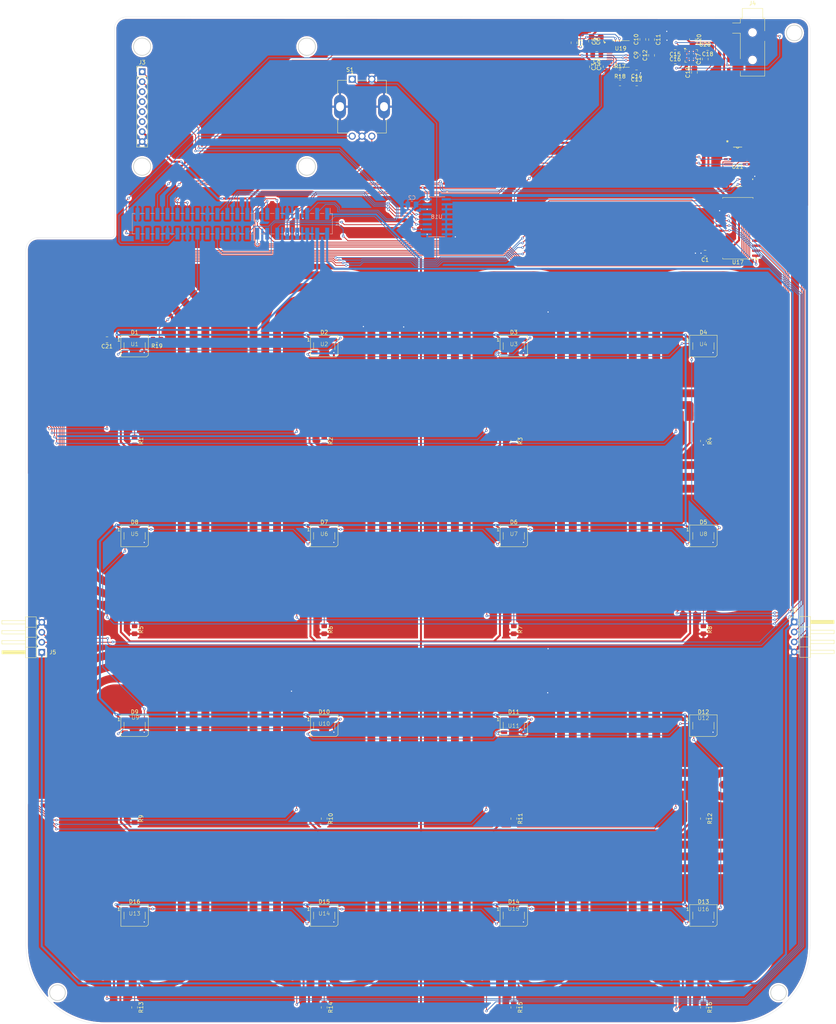
<source format=kicad_pcb>
(kicad_pcb (version 20241229) (generator "pcbnew") (generator_version "9.0")
  (layers (0 "F.Cu" signal) (2 "B.Cu" signal) (13 "F.Paste" user) (15 "B.Paste" user) (5 "F.SilkS" user "F.Silkscreen") (7 "B.SilkS" user "B.Silkscreen") (1 "F.Mask" user) (3 "B.Mask" user) (25 "Edge.Cuts" user))
  (net 0 "")
  (net 1 "GND")
  (net 2 "+3.3V")
  (net 3 "Net-(U19-CAPP)")
  (net 5 "/Rasp Pi/DATA")
  (net 6 "/MATRIX/GPIO11")
  (net 7 "/Rasp Pi/GPIO5")
  (net 8 "/Rasp Pi/GPIO12")
  (net 9 "/Rasp Pi/GPIO13")
  (net 10 "/MATRIX/S3")
  (net 11 "+5V")
  (net 12 "/Rasp Pi/GPIO6")
  (net 13 "/MATRIX/GPIO8")
  (net 14 "/Rasp Pi/GPIO24")
  (net 15 "/Rasp Pi/CLK")
  (net 16 "/MATRIX/GPIO10")
  (net 17 "/MATRIX/GPIO9")
  (net 19 "/MATRIX/S0")
  (net 20 "Net-(U19-CAPM)")
  (net 21 "/MATRIX/S1")
  (net 22 "/Rasp Pi/3VO")
  (net 23 "/Rasp Pi/CS")
  (net 24 "Net-(U1-P_D)")
  (net 25 "Net-(U5-P_D)")
  (net 26 "Net-(U7-P_D)")
  (net 27 "Net-(U2-P_D)")
  (net 28 "Net-(U4-P_D)")
  (net 29 "Net-(U6-P_D)")
  (net 30 "Net-(U8-P_D)")
  (net 31 "Net-(U9-P_D)")
  (net 32 "Net-(U11-P_D)")
  (net 33 "Net-(U13-P_D)")
  (net 34 "Net-(U15-P_D)")
  (net 35 "Net-(U10-P_D)")
  (net 36 "Net-(U12-P_D)")
  (net 37 "Net-(U14-P_D)")
  (net 38 "Net-(U16-P_D)")
  (net 39 "/MATRIX/0")
  (net 40 "/MATRIX/4")
  (net 41 "/MATRIX/1")
  (net 42 "/MATRIX/5")
  (net 43 "/MATRIX/2")
  (net 44 "/MATRIX/6")
  (net 45 "/MATRIX/3")
  (net 46 "/MATRIX/7")
  (net 47 "/MATRIX/8")
  (net 48 "/MATRIX/12")
  (net 49 "/MATRIX/9")
  (net 50 "/MATRIX/13")
  (net 51 "/MATRIX/10")
  (net 52 "/MATRIX/14")
  (net 53 "/MATRIX/11")
  (net 54 "/MATRIX/15")
  (net 55 "Net-(U17-COM)")
  (net 56 "/MATRIX/S2")
  (net 57 "/DAC/VNEG")
  (net 58 "/DAC/LDOO")
  (net 59 "/DAC/L")
  (net 60 "/DAC/R")
  (net 61 "Net-(U20-INR+)")
  (net 62 "Net-(U20-INL+)")
  (net 63 "Net-(U20-CPP)")
  (net 64 "Net-(U20-CPN)")
  (net 65 "Net-(U20-HPVDD)")
  (net 66 "Net-(U20-HPVSS)")
  (net 67 "/DAC/GPIO18")
  (net 70 "Net-(D1-DOUT)")
  (net 71 "/Rasp Pi/TX")
  (net 72 "/DAC/GPIO19")
  (net 73 "/DAC/GPIO21")
  (net 75 "/Rasp Pi/RST")
  (net 76 "/Rasp Pi/A0")
  (net 77 "/DAC/OUTR")
  (net 78 "/DAC/OUTL")
  (net 79 "Net-(U19-OUTL)")
  (net 80 "Net-(U19-OUTR)")
  (net 82 "Net-(U3-P_D)")
  (net 83 "/LED_Matrix/GPIO1")
  (net 84 "Net-(D2-DOUT)")
  (net 85 "Net-(D3-DOUT)")
  (net 86 "Net-(D4-DOUT)")
  (net 87 "Net-(D5-DOUT)")
  (net 88 "Net-(D6-DOUT)")
  (net 89 "Net-(D7-DOUT)")
  (net 90 "Net-(D8-DOUT)")
  (net 91 "Net-(D10-DIN)")
  (net 92 "Net-(D10-DOUT)")
  (net 93 "Net-(D11-DOUT)")
  (net 94 "Net-(D12-DOUT)")
  (net 95 "Net-(D13-DOUT)")
  (net 96 "Net-(D14-DOUT)")
  (net 97 "Net-(D15-DOUT)")
  (net 99 "Net-(D1-DIN)")
  (net 100 "/Rasp Pi/RX")
  (net 103 "/Rasp Pi/RX0")
  (net 104 "/Rasp Pi/TX0")
  (net 105 "/Rasp Pi/RX1")
  (net 106 "/Rasp Pi/TX1")
  (footprint "LED_SMD:LED_WS2812B_PLCC4_5.0x5.0mm_P3.2mm" (layer "F.Cu") (at 120.38 292.62)
    (property "Reference" "D15")
    (property "Value" "WS2812B")
  )
  (footprint "Capacitor_SMD:C_0805_2012Metric_Pad1.18x1.45mm_HandSolder" (layer "F.Cu") (at 214.1 69.95 -90)
    (property "Reference" "C20")
    (property "Value" "2.2uF")
  )
  (footprint "Capacitor_SMD:C_0805_2012Metric_Pad1.18x1.45mm_HandSolder" (layer "F.Cu") (at 214.6 78.3 90)
    (property "Reference" "C19")
    (property "Value" "1uF")
  )
  (footprint "Capacitor_SMD:C_0805_2012Metric_Pad1.18x1.45mm_HandSolder" (layer "F.Cu") (at 199.85 78.4 180)
    (property "Reference" "C13")
    (property "Value" "2.2nF")
  )
  (footprint "Resistor_SMD:R_0805_2012Metric_Pad1.20x1.40mm_HandSolder" (layer "F.Cu") (at 216.88 172 -90)
    (property "Reference" "R4")
    (property "Value" "1k")
  )
  (footprint "Capacitor_SMD:C_0805_2012Metric_Pad1.18x1.45mm_HandSolder" (layer "F.Cu") (at 201.45 73.9 90)
    (property "Reference" "C9")
    (property "Value" "0.1uF")
  )
  (footprint "VeloPad:VeloPad" (layer "F.Cu") (at 120.38 244.37)
    (property "Reference" "U10")
    (property "Value" "~")
  )
  (footprint "Package_SO:SOIC-24W_7.5x15.4mm_P1.27mm" (layer "F.Cu") (at 225.65 117.9 180)
    (property "Reference" "U17")
    (property "Value" "CD74HC4067M")
  )
  (footprint "Capacitor_SMD:C_0805_2012Metric_Pad1.18x1.45mm_HandSolder" (layer "F.Cu") (at 65.1 146.25 180)
    (property "Reference" "C21")
    (property "Value" "1000uF")
  )
  (footprint "Resistor_SMD:R_0805_2012Metric_Pad1.20x1.40mm_HandSolder" (layer "F.Cu") (at 120.38 268 -90)
    (property "Reference" "R10")
    (property "Value" "1k")
  )
  (footprint "LED_SMD:LED_WS2812B_PLCC4_5.0x5.0mm_P3.2mm" (layer "F.Cu") (at 72.13 147.87)
    (property "Reference" "D1")
    (property "Value" "WS2812B")
  )
  (footprint "Capacitor_SMD:C_0805_2012Metric_Pad1.18x1.45mm_HandSolder" (layer "F.Cu") (at 217.35 74.9 90)
    (property "Reference" "C17")
    (property "Value" "1uF")
  )
  (footprint "VeloPad:VeloPad" (layer "F.Cu") (at 120.38 147.87)
    (property "Reference" "U2")
    (property "Value" "~")
  )
  (footprint "Capacitor_SMD:C_0805_2012Metric_Pad1.18x1.45mm_HandSolder" (layer "F.Cu") (at 199.9 80.95)
    (property "Reference" "C14")
    (property "Value" "2.2nF")
  )
  (footprint "Capacitor_SMD:C_0805_2012Metric_Pad1.18x1.45mm_HandSolder" (layer "F.Cu") (at 217.95 71.95 180)
    (property "Reference" "C18")
    (property "Value" "2.2uF")
  )
  (footprint "Resistor_SMD:R_0805_2012Metric_Pad1.20x1.40mm_HandSolder" (layer "F.Cu") (at 120.38 220 -90)
    (property "Reference" "R6")
    (property "Value" "1k")
  )
  (footprint "Resistor_SMD:R_0805_2012Metric_Pad1.20x1.40mm_HandSolder" (layer "F.Cu") (at 195.65 80.95)
    (property "Reference" "R18")
    (property "Value" "470")
  )
  (footprint "Resistor_SMD:R_0805_2012Metric_Pad1.20x1.40mm_HandSolder" (layer "F.Cu") (at 72.13 268 -90)
    (property "Reference" "R9")
    (property "Value" "1k")
  )
  (footprint "VeloPad:VeloPad" (layer "F.Cu") (at 120.38 292.62)
    (property "Reference" "U14")
    (property "Value" "~")
  )
  (footprint "Package_SO:TSSOP-20_4.4x6.5mm_P0.65mm" (layer "F.Cu") (at 195.8575 73.6)
    (property "Reference" "U19")
    (property "Value" "PCM5102A")
  )
  (footprint "Capacitor_SMD:C_0805_2012Metric_Pad1.18x1.45mm_HandSolder" (layer "F.Cu") (at 209.7 75.35)
    (property "Reference" "C15")
    (property "Value" "1uF")
  )
  (footprint "VeloPad:VeloPad" (layer "F.Cu") (at 120.38 196.12)
    (property "Reference" "U6")
    (property "Value" "~")
  )
  (footprint "SN74LV4052ADR:D16" (layer "F.Cu") (at 225.5878 102.275)
    (property "Reference" "U21")
    (property "Value" "SN74LV4052ADR")
  )
  (footprint "Capacitor_SMD:C_0805_2012Metric_Pad1.18x1.45mm_HandSolder" (layer "F.Cu") (at 201.45 69.9 90)
    (property "Reference" "C10")
    (property "Value" "0.1uF")
  )
  (footprint "VeloPad:VeloPad" (layer "F.Cu") (at 168.63 196.12)
    (property "Reference" "U7")
    (property "Value" "~")
  )
  (footprint "LED_SMD:LED_WS2812B_PLCC4_5.0x5.0mm_P3.2mm" (layer "F.Cu") (at 216.88 292.62)
    (property "Reference" "D13")
    (property "Value" "WS2812B")
  )
  (footprint "Connector_PinHeader_2.54mm:PinHeader_1x04_P2.54mm_Horizontal" (layer "F.Cu") (at 48.5 225.7 180)
    (property "Reference" "J5")
    (property "Value" "Conn_01x04_Pin")
  )
  (footprint "LED_SMD:LED_WS2812B_PLCC4_5.0x5.0mm_P3.2mm" (layer "F.Cu") (at 168.63 196.12)
    (property "Reference" "D6")
    (property "Value" "WS2812B")
  )
  (footprint "Resistor_SMD:R_0805_2012Metric_Pad1.20x1.40mm_HandSolder" (layer "F.Cu") (at 168.63 316 -90)
    (property "Reference" "R15")
    (property "Value" "1k")
  )
  (footprint "Connector_PinHeader_2.54mm:PinHeader_1x04_P2.54mm_Horizontal" (layer "F.Cu") (at 240 218)
    (property "Reference" "J2")
    (property "Value" "Conn_01x04_Pin")
  )
  (footprint "Package_DFN_QFN:WQFN-16-1EP_3x3mm_P0.5mm_EP1.6x1.6mm_ThermalVias" (layer "F.Cu") (at 213.795 74.1)
    (property "Reference" "U20")
    (property "Value" "TPA6132A2RTE")
  )
  (footprint "Resistor_SMD:R_0805_2012Metric_Pad1.20x1.40mm_HandSolder" (layer "F.Cu") (at 168.63 220 -90)
    (property "Reference" "R7")
    (property "Value" "1k")
  )
  (footprint "VeloPad:VeloPad" (layer "F.Cu") (at 216.88 292.62)
    (property "Reference" "U16")
    (property "Value" "~")
  )
  (footprint "LED_SMD:LED_WS2812B_PLCC4_5.0x5.0mm_P3.2mm" (layer "F.Cu") (at 216.88 244.37)
    (property "Reference" "D12")
    (property "Value" "WS2812B")
  )
  (footprint "Resistor_SMD:R_0805_2012Metric_Pad1.20x1.40mm_HandSolder" (layer "F.Cu") (at 72.13 316 -90)
    (property "Reference" "R13")
    (property "Value" "1k")
  )
  (footprint "LED_SMD:LED_WS2812B_PLCC4_5.0x5.0mm_P3.2mm" (layer "F.Cu") (at 168.63 147.87)
    (property "Reference" "D3")
    (property "Value" "WS2812B")
  )
  (footprint "LED_SMD:LED_WS2812B_PLCC4_5.0x5.0mm_P3.2mm" (layer "F.Cu") (at 168.63 244.37)
    (property "Reference" "D11")
    (property "Value" "WS2812B")
  )
  (footprint "Resistor_SMD:R_0805_2012Metric_Pad1.20x1.40mm_HandSolder" (layer "F.Cu") (at 120.38 316 -90)
    (property "Reference" "R14")
    (property "Value" "1k")
  )
  (footprint "VeloPad:VeloPad" (layer "F.Cu") (at 72.13 147.87)
    (property "Reference" "U1")
    (property "Value" "~")
  )
  (footprint "Capacitor_SMD:C_0805_2012Metric_Pad1.18x1.45mm_HandSolder" (layer "F.Cu") (at 190.65 76.85 90)
    (property "Reference" "C3")
    (property "Value" "0.1uF")
  )
  (footprint "VeloPad:VeloPad" (layer "F.Cu") (at 216.88 196.12)
    (property "Reference" "U8")
    (property "Value" "~")
  )
  (footprint "Capacitor_SMD:C_0805_2012Metric_Pad1.18x1.45mm_HandSolder" (layer "F.Cu") (at 203.7 73.95 90)
    (property "Reference" "C12")
    (property "Value" "10uF")
  )
  (footprint "Connector_Audio:Jack_3.5mm_CUI_SJ-3523-SMT_Horizontal" (layer "F.Cu") (at 229.38 70.63)
    (property "Reference" "J4")
    (property "Value" "AudioJack3")
  )
  (footprint "LED_SMD:LED_WS2812B_PLCC4_5.0x5.0mm_P3.2mm" (layer "F.Cu") (at 216.88 196.12)
    (property "Reference" "D5")
    (property "Value" "WS2812B")
  )
  (footprint "VeloPad:VeloPad" (layer "F.Cu") (at 216.88 244.37)
    (property "Reference" "U12")
    (property "Value" "~")
  )
  (footprint "Resistor_SMD:R_0805_2012Metric_Pad1.20x1.40mm_HandSolder" (layer "F.Cu") (at 216.88 220 -90)
    (property "Reference" "R8")
    (property "Value" "1k")
  )
  (footprint "Capacitor_SMD:C_0805_2012Metric_Pad1.18x1.45mm_HandSolder" (layer "F.Cu") (at 188.4 70.35 -90)
    (property "Reference" "C6")
    (property "Value" "10uF")
  )
  (footprint "Resistor_SMD:R_0805_2012Metric_Pad1.20x1.40mm_HandSolder" (layer "F.Cu") (at 216.88 268 -90)
    (property "Reference" "R12")
    (property "Value" "1k")
  )
  (footprint "Resistor_SMD:R_0805_2012Metric_Pad1.20x1.40mm_HandSolder" (layer "F.Cu") (at 168.63 268 -90)
    (property "Reference" "R11")
    (property "Value" "1k")
  )
  (footprint "LED_SMD:LED_WS2812B_PLCC4_5.0x5.0mm_P3.2mm" (layer "F.Cu") (at 120.38 147.87)
    (property "Reference" "D2")
    (property "Value" "WS2812B")
  )
  (footprint "Resistor_SMD:R_0805_2012Metric_Pad1.20x1.40mm_HandSolder" (layer "F.Cu") (at 216.88 316 -90)
    (property "Reference" "R16")
    (property "Value" "1k")
  )
  (footprint "PEC12R-4017F-S0024:XDCR_PEC12R-4017F-S0024" (layer "F.Cu") (at 130 87)
    (property "Reference" "S1")
    (property "Value" "PEC12R-4017F-S0024")
  )
  (footprint "Capacitor_SMD:C_0805_2012Metric_Pad1.18x1.45mm_HandSolder" (layer "F.Cu") (at 209.7 73.25 180)
    (property "Reference" "C16")
    (property "Value" "1uF")
  )
  (footprint "VeloPad:VeloPad" (layer "F.Cu") (at 168.63 147.87)
    (property "Reference" "U3")
    (property "Value" "~")
  )
  (footprint "Connector_PinHeader_2.54mm:PinHeader_1x08_P2.54mm_Vertical" (layer "F.Cu") (at 74.05 78.11)
    (property "Reference" "J3")
    (property "Value" "Conn_01x08_Pin")
  )
  (footprint "LED_SMD:LED_WS2812B_PLCC4_5.0x5.0mm_P3.2mm" (layer "F.Cu") (at 120.38 196.12)
    (property "Reference" "D7")
    (property "Value" "WS2812B")
  )
  (footprint "Capacitor_SMD:C_0805_2012Metric_Pad1.18x1.45mm_HandSolder" (layer "F.Cu") (at 183.95 70.75 -90)
    (property "Reference" "C7")
    (property "Value" "2.2uF")
  )
  (footprint "Resistor_SMD:R_0805_2012Metric_Pad1.20x1.40mm_HandSolder" (layer "F.Cu") (at 72.13 172 -90)
    (property "Reference" "R1")
    (property "Value" "1k")
  )
  (footprint "LED_SMD:LED_WS2812B_PLCC4_5.0x5.0mm_P3.2mm" (layer "F.Cu") (at 72.13 196.12)
    (property "Reference" "D8")
    (property "Value" "WS2812B")
  )
  (footprint "Capacitor_SMD:C_0805_2012Metric_Pad1.18x1.45mm_HandSolder" (layer "F.Cu") (at 188.65 76.85 -90)
    (property "Reference" "C4")
    (property "Value" "10uF")
  )
  (footprint "VeloPad:VeloPad" (layer "F.Cu") (at 72.13 196.12)
    (property "Reference" "U5")
    (property "Value" "~")
  )
  (footprint "VeloPad:VeloPad" (layer "F.Cu") (at 168.63 292.62)
    (property "Reference" "U15")
    (property "Value" "~")
  )
  (footprint "VeloPad:VeloPad" (layer "F.Cu") (at 72.13 292.62)
    (property "Reference" "U13")
    (property "Value" "~")
  )
  (footprint "Resistor_SMD:R_0805_2012Metric_Pad1.20x1.40mm_HandSolder" (layer "F.Cu") (at 72.13 220 -90)
    (property "Reference" "R5")
    (property "Value" "1k")
  )
  (footprint "Resistor_SMD:R_0805_2012Metric_Pad1.20x1.40mm_HandSolder" (layer "F.Cu") (at 168.63 172 -90)
    (property "Reference" "R3")
    (property "Value" "1k")
  )
  (footprint "LED_SMD:LED_WS2812B_PLCC4_5.0x5.0mm_P3.2mm" (layer "F.Cu") (at 120.38 244.37)
    (property "Reference" "D10")
    (property "Value" "WS2812B")
  )
  (footprint "Capacitor_SMD:C_0805_2012Metric_Pad1.18x1.45mm_HandSolder" (layer "F.Cu") (at 189.75 73.75 180)
    (property "Reference" "C8")
    (property "Value" "2.2uF")
  )
  (footprint "VeloPad:VeloPad" (layer "F.Cu") (at 168.63 244.37)
    (property "Reference" "U11")
    (property "Value" "~")
  )
  (footprint "LED_SMD:LED_WS2812B_PLCC4_5.0x5.0mm_P3.2mm" (layer "F.Cu") (at 216.88 147.87)
    (property "Reference" "D4")
    (property "Value" "WS2812B")
  )
  (footprint "Capacitor_SMD:C_0805_2012Metric_Pad1.18x1.45mm_HandSolder" (layer "F.Cu") (at 217.3 124.25 180)
    (property "Reference" "C1")
    (property "Value" "0.1uf")
  )
  (footprint "VeloPad:VeloPad" (layer "F.Cu") (at 216.88 147.87)
    (property "Reference" "U4")
    (property "Value" "~")
  )
  (footprint "Capacitor_SMD:C_0805_2012Metric_Pad1.18x1.45mm_HandSolder" (layer "F.Cu") (at 190.75 70.35 90)
    (property "Reference" "C5")
    (property "Value" "0.1uF")
  )
  (footprint "Capacitor_SMD:C_0805_2012Metric_Pad1.18x1.45mm_HandSolder" (layer "F.Cu") (at 203.7 69.95 -90)
    (property "Reference" "C11")
    (property "Value" "10uF")
  )
  (footprint "Resistor_SMD:R_0805_2012Metric_Pad1.20x1.40mm_HandSolder" (layer "F.Cu") (at 77.8 146.2 180)
    (property "Reference" "R19")
    (property "Value" "330")
  )
  (footprint "Resistor_SMD:R_0805_2012Metric_Pad1.20x1.40mm_HandSolder" (layer "F.Cu") (at 120.38 172 -90)
    (property "Reference" "R2")
    (property "Value" "1k")
  )
  (footprint "LED_SMD:LED_WS2812B_PLCC4_5.0x5.0mm_P3.2mm" (layer "F.Cu") (at 72.13 292.62)
    (property "Reference" "D16")
    (property "Value" "WS2812B")
  )
  (footprint "VeloPad:VeloPad" (layer "F.Cu") (at 72.13 244.37)
    (property "Reference" "U9")
    (property "Value" "~")
  )
  (footprint "LED_SMD:LED_WS2812B_PLCC4_5.0x5.0mm_P3.2mm" (layer "F.Cu") (at 72.13 244.37)
    (property "Reference" "D9")
    (property "Value" "WS2812B")
  )
  (footprint "LED_SMD:LED_WS2812B_PLCC4_5.0x5.0mm_P3.2mm" (layer "F.Cu") (at 168.63 292.62)
    (property "Reference" "D14")
    (property "Value" "WS2812B")
  )
  (footprint "Resistor_SMD:R_0805_2012Metric_Pad1.20x1.40mm_HandSolder" (layer "F.Cu") (at 195.65 78.4)
    (property "Reference" "R17")
    (property "Value" "470")
  )
  (footprint "Capacitor_SMD:C_0805_2012Metric_Pad1.18x1.45mm_HandSolder" (layer "B.Cu") (at 142.7 111.85 180)
    (property "Reference" "C2")
    (property "Value" "0.1uf")
  )
  (footprint "MCP3008:SOIC16-N_MC_MCH-M" (layer "B.Cu") (at 149 115 180)
    (property "Reference" "U18")
    (property "Value" "MCP3008")
  )
  (footprint "Connector_PinSocket_2.54mm:PinSocket_2x20_P2.54mm_Vertical_SMD" (layer "B.Cu") (at 97 116.75 90)
    (property "Reference" "J1")
    (property "Value" "Raspberry_Pi_4")
  )
  (gr_line (start 244 67.25) (end 244 300.25) (stroke (width 0.05)) (layer "Edge.Cuts"))
  (gr_circle (center 74.045 71.76) (end 76.245 71.76) (stroke (width 0.2)) (fill no) (layer "Edge.Cuts"))
  (gr_line (start 64.5 320.25) (end 224 320.25) (stroke (width 0.05)) (layer "Edge.Cuts"))
  (gr_circle (center 74.045 102.24) (end 76.245 102.24) (stroke (width 0.2)) (fill no) (layer "Edge.Cuts"))
  (gr_arc (start 44.5 123.3) (mid 45.37868 121.17868) (end 47.5 120.3) (stroke (width 0.05)) (layer "Edge.Cuts"))
  (gr_arc (start 67 119.45) (mid 66.751041 120.051041) (end 66.15 120.3) (stroke (width 0.05)) (layer "Edge.Cuts"))
  (gr_circle (center 240 68.25) (end 242 68.25) (stroke (width 0.2)) (fill no) (layer "Edge.Cuts"))
  (gr_line (start 47.5 120.3) (end 66.15 120.3) (stroke (width 0.05)) (layer "Edge.Cuts"))
  (gr_arc (start 244 300.25) (mid 238.142136 314.392136) (end 224 320.25) (stroke (width 0.05)) (layer "Edge.Cuts"))
  (gr_circle (center 115.955 102.24) (end 118.155 102.24) (stroke (width 0.2)) (fill no) (layer "Edge.Cuts"))
  (gr_arc (start 67 67.2) (mid 67.87868 65.07868) (end 70 64.2) (stroke (width 0.05)) (layer "Edge.Cuts"))
  (gr_arc (start 64.5 320.25) (mid 50.357864 314.392136) (end 44.5 300.25) (stroke (width 0.05)) (layer "Edge.Cuts"))
  (gr_circle (center 115.955 71.76) (end 118.155 71.76) (stroke (width 0.2)) (fill no) (layer "Edge.Cuts"))
  (gr_line (start 44.5 123.3) (end 44.5 300.25) (stroke (width 0.05)) (layer "Edge.Cuts"))
  (gr_line (start 70 64.2) (end 241 64.25) (stroke (width 0.05)) (layer "Edge.Cuts"))
  (gr_circle (center 236 312.25) (end 238 312.25) (stroke (width 0.2)) (fill no) (layer "Edge.Cuts"))
  (gr_line (start 67 67.2) (end 67 119.45) (stroke (width 0.05)) (layer "Edge.Cuts"))
  (gr_circle (center 52.5 312.25) (end 54.5 312.25) (stroke (width 0.2)) (fill no) (layer "Edge.Cuts"))
  (gr_arc (start 241 64.25) (mid 243.12132 65.12868) (end 244 67.25) (stroke (width 0.05)) (layer "Edge.Cuts"))
  (segment (start 200.9 76.525) (end 203.76116 76.525) (width 0.2) (layer "F.Cu") (net 1))
  (segment (start 216.23884 74.35) (end 216.63984 74.751) (width 0.2) (layer "F.Cu") (net 1))
  (segment (start 213.545 73.25) (end 213.245 73.55) (width 0.2) (layer "F.Cu") (net 1))
  (segment (start 199.9125 71.325) (end 201.45 72.8625) (width 0.2) (layer "F.Cu") (net 1))
  (segment (start 214.045 75.5375) (end 214.045 74.95) (width 0.2) (layer "F.Cu") (net 1))
  (segment (start 192.345 76.525) (end 192.0125 76.525) (width 0.2) (layer "F.Cu") (net 1))
  (segment (start 192.995 76.525) (end 192.0125 76.525) (width 0.2) (layer "F.Cu") (net 1))
  (segment (start 212.4315 73.424) (end 213.119 73.424) (width 0.2) (layer "F.Cu") (net 1))
  (segment (start 199.457499 73.275) (end 200.023 73.840501) (width 0.2) (layer "F.Cu") (net 1))
  (segment (start 216.63984 74.751) (end 218.06016 74.751) (width 0.2) (layer "F.Cu") (net 1))
  (segment (start 212.3575 74.85) (end 212.4315 74.776) (width 0.2) (layer "F.Cu") (net 1))
  (segment (start 192.0125 76.525) (end 190.65 77.8875) (width 0.2) (layer "F.Cu") (net 1))
  (segment (start 218.9875 73.82366) (end 218.9875 71.95) (width 0.2) (layer "F.Cu") (net 1))
  (segment (start 198.051 73.275) (end 198.72 73.275) (width 0.2) (layer "F.Cu") (net 1))
  (segment (start 198.72 71.325) (end 199.9125 71.325) (width 0.2) (layer "F.Cu") (net 1))
  (segment (start 201.0625 71.325) (end 201.45 70.9375) (width 0.2) (layer "F.Cu") (net 1))
  (segment (start 198.72 76.525) (end 200.9 76.525) (width 0.2) (layer "F.Cu") (net 1))
  (segment (start 192.995 75.875) (end 192.345 76.525) (width 0.2) (layer "F.Cu") (net 1))
  (segment (start 214.645 74.35) (end 214.345 74.65) (width 0.2) (layer "F.Cu") (net 1))
  (segment (start 218.06016 74.751) (end 218.9875 73.82366) (width 0.2) (layer "F.Cu") (net 1))
  (segment (start 188.7125 73.75) (end 188.7125 71.7) (width 0.5) (layer "F.Cu") (net 1))
  (segment (start 192.995 71.975) (end 191.3375 71.975) (width 0.2) (layer "F.Cu") (net 1))
  (segment (start 188.7125 71.7) (end 188.4 71.3875) (width 0.5) (layer "F.Cu") (net 1))
  (segment (start 200.023 75.648) (end 200.9 76.525) (width 0.2) (layer "F.Cu") (net 1))
  (segment (start 213.545 72.6625) (end 213.545 73.25) (width 0.2) (layer "F.Cu") (net 1))
  (segment (start 198.72 71.325) (end 201.0625 71.325) (width 0.2) (layer "F.Cu") (net 1))
  (segment (start 203.76116 76.525) (end 204.726 75.56016) (width 0.2) (layer "F.Cu") (net 1))
  (segment (start 198.72 71.325) (end 198.06263 71.325) (width 0.2) (layer "F.Cu") (net 1))
  (segment (start 214.045 74.95) (end 214.345 74.65) (width 0.2) (layer "F.Cu") (net 1))
  (segment (start 200.023 73.840501) (end 200.023 75.648) (width 0.2) (layer "F.Cu") (net 1))
  (segment (start 191.3375 71.975) (end 190.75 71.3875) (width 0.2) (layer "F.Cu") (net 1))
  (segment (start 215.2325 74.35) (end 214.645 74.35) (width 0.2) (layer "F.Cu") (net 1))
  (segment (start 198.72 73.275) (end 199.457499 73.275) (width 0.2) (layer "F.Cu") (net 1))
  (segment (start 201.0375 73.275) (end 201.45 72.8625) (width 0.2) (layer "F.Cu") (net 1))
  (segment (start 204.726 75.56016) (end 204.726 73.9385) (width 0.2) (layer "F.Cu") (net 1))
  (segment (start 215.2325 74.35) (end 216.23884 74.35) (width 0.2) (layer "F.Cu") (net 1))
  (segment (start 213.119 74.776) (end 213.245 74.65) (width 0.2) (layer "F.Cu") (net 1))
  (segment (start 212.4315 74.776) (end 213.119 74.776) (width 0.2) (layer "F.Cu") (net 1))
  (segment (start 204.726 73.9385) (end 203.7 72.9125) (width 0.2) (layer "F.Cu") (net 1))
  (segment (start 213.119 73.424) (end 213.245 73.55) (width 0.2) (layer "F.Cu") (net 1))
  (segment (start 212.3575 73.35) (end 212.4315 73.424) (width 0.2) (layer "F.Cu") (net 1))
  (via (at 74.58 197.77) (size 0.6) (drill 0.3) (layers "F.Cu" "B.Cu") (net 1))
  (via (at 74.58 294.27) (size 0.6) (drill 0.3) (layers "F.Cu" "B.Cu") (net 1))
  (via (at 74.58 246.02) (size 0.6) (drill 0.3) (layers "F.Cu" "B.Cu") (net 1))
  (via (at 130.35 142.9) (size 0.6) (drill 0.3) (layers "F.Cu" "B.Cu") (net 1))
  (via (at 153.75 120.1) (size 0.6) (drill 0.3) (layers "F.Cu" "B.Cu") (net 1))
  (via (at 219.33 294.27) (size 0.6) (drill 0.3) (layers "F.Cu" "B.Cu") (net 1))
  (via (at 140.6 143) (size 0.6) (drill 0.3) (layers "F.Cu" "B.Cu") (net 1))
  (via (at 122.83 246.02) (size 0.6) (drill 0.3) (layers "F.Cu" "B.Cu") (net 1))
  (via (at 229.95 104.7) (size 0.6) (drill 0.3) (layers "F.Cu" "B.Cu") (net 1))
  (via (at 216.2625 124.25) (size 0.6) (drill 0.3) (layers "F.Cu" "B.Cu") (net 1))
  (via (at 146.587 113.095) (size 0.6) (drill 0.3) (layers "F.Cu" "B.Cu") (net 1))
  (via (at 122.83 294.27) (size 0.6) (drill 0.3) (layers "F.Cu" "B.Cu") (net 1))
  (via (at 219.33 246.02) (size 0.6) (drill 0.3) (layers "F.Cu" "B.Cu") (net 1))
  (via (at 207.6 70.1) (size 0.6) (drill 0.3) (layers "F.Cu" "B.Cu") (net 1))
  (via (at 171.08 294.27) (size 0.6) (drill 0.3) (layers "F.Cu" "B.Cu") (net 1))
  (via (at 122.83 197.77) (size 0.6) (drill 0.3) (layers "F.Cu" "B.Cu") (net 1))
  (via (at 200.8875 78.4) (size 0.6) (drill 0.3) (layers "F.Cu" "B.Cu") (net 1))
  (via (at 221 113.455) (size 0.6) (drill 0.3) (layers "F.Cu" "B.Cu") (net 1))
  (via (at 214.85 124.25) (size 0.6) (drill 0.3) (layers "F.Cu" "B.Cu") (net 1))
  (via (at 207.55 67.85) (size 0.6) (drill 0.3) (layers "F.Cu" "B.Cu") (net 1))
  (via (at 122.83 149.52) (size 0.6) (drill 0.3) (layers "F.Cu" "B.Cu") (net 1))
  (via (at 171.08 197.77) (size 0.6) (drill 0.3) (layers "F.Cu" "B.Cu") (net 1))
  (via (at 112.05 235.6) (size 0.6) (drill 0.3) (layers "F.Cu" "B.Cu") (net 1))
  (via (at 177.35 139.2) (size 0.6) (drill 0.3) (layers "F.Cu" "B.Cu") (net 1))
  (via (at 219.33 197.77) (size 0.6) (drill 0.3) (layers "F.Cu" "B.Cu") (net 1))
  (via (at 216.88 173) (size 0.6) (drill 0.3) (layers "F.Cu" "B.Cu") (net 1))
  (via (at 171.08 149.52) (size 0.6) (drill 0.3) (layers "F.Cu" "B.Cu") (net 1))
  (via (at 177.25 236) (size 0.6) (drill 0.3) (layers "F.Cu" "B.Cu") (net 1))
  (via (at 171.08 246.02) (size 0.6) (drill 0.3) (layers "F.Cu" "B.Cu") (net 1))
  (via (at 219.33 149.52) (size 0.6) (drill 0.3) (layers "F.Cu" "B.Cu") (net 1))
  (via (at 74.58 149.52) (size 0.6) (drill 0.3) (layers "F.Cu" "B.Cu") (net 1))
  (via (at 146.587 119.445) (size 0.6) (drill 0.3) (layers "F.Cu" "B.Cu") (net 1))
  (via (at 177.35 224.8) (size 0.6) (drill 0.3) (layers "F.Cu" "B.Cu") (net 1))
  (via (at 114.95 115.4) (size 0.6) (drill 0.3) (layers "F.Cu" "B.Cu") (net 1))
  (segment (start 213.5 316.5) (end 213.5 312.302024) (width 0.5) (layer "F.Cu") (net 2))
  (segment (start 163.275 174.825) (end 164.05 174.05) (width 0.5) (layer "F.Cu") (net 2))
  (segment (start 188.7 69.3125) (end 190.75 69.3125) (width 0.5) (layer "F.Cu") (net 2))
  (segment (start 198.72 72.625) (end 198.06263 72.625) (width 0.2) (layer "F.Cu") (net 2))
  (segment (start 197.982501 70.675) (end 198.72 70.675) (width 0.2) (layer "F.Cu") (net 2))
  (segment (start 200.02 67.4325) (end 201.45 68.8625) (width 0.5) (layer "F.Cu") (net 2))
  (segment (start 213.5 269) (end 213.5 264.052024) (width 0.5) (layer "F.Cu") (net 2))
  (segment (start 218.15 105.25) (end 218.15 96.19) (width 0.5) (layer "F.Cu") (net 2))
  (segment (start 116.88 311.821) (end 116.5 311.821) (width 0.5) (layer "F.Cu") (net 2))
  (segment (start 101.35 110.35) (end 104.1 107.6) (width 0.5) (layer "F.Cu") (net 2))
  (segment (start 100.8 110.35) (end 94.45 110.35) (width 0.5) (layer "F.Cu") (net 2))
  (segment (start 162.85 318.65) (end 211.35 318.65) (width 0.5) (layer "F.Cu") (net 2))
  (segment (start 200.02 67.43) (end 201.5025 68.9125) (width 0.5) (layer "F.Cu") (net 2))
  (segment (start 191.1975 75.225) (end 190.93 75.4925) (width 0.2) (layer "F.Cu") (net 2))
  (segment (start 222.149 92.029) (end 227.95 97.83) (width 0.5) (layer "F.Cu") (net 2))
  (segment (start 68.5 316) (end 68.5 311.821) (width 0.5) (layer "F.Cu") (net 2))
  (segment (start 162.85 318.65) (end 163.5 318) (width 0.5) (layer "F.Cu") (net 2))
  (segment (start 68.63 220.58) (end 68.63 215.321) (width 0.5) (layer "F.Cu") (net 2))
  (segment (start 118.25 174.05) (end 116.65 172.45) (width 0.5) (layer "F.Cu") (net 2))
  (segment (start 225.95 113.05) (end 218.15 105.25) (width 0.5) (layer "F.Cu") (net 2))
  (segment (start 116.779 167.071) (end 116.88 167.071) (width 0.5) (layer "F.Cu") (net 2))
  (segment (start 71 222.95) (end 68.63 220.58) (width 0.5) (layer "F.Cu") (net 2))
  (segment (start 213.5 220.85) (end 213.5 215.45) (width 0.5) (layer "F.Cu") (net 2))
  (segment (start 214.045 72.6625) (end 214.045 71.195) (width 0.2) (layer "F.Cu") (net 2))
  (segment (start 213.88984 78.151) (end 217.249 78.151) (width 0.2) (layer "F.Cu") (net 2))
  (segment (start 213.545 75.5375) (end 213.545 77.80616) (width 0.2) (layer "F.Cu") (net 2))
  (segment (start 221 124.885) (end 222.024999 124.885) (width 0.5) (layer "F.Cu") (net 2))
  (segment (start 68.63 172.23) (end 68.63 167.071) (width 0.5) (layer "F.Cu") (net 2))
  (segment (start 163.5 271) (end 211.5 271) (width 0.5) (layer "F.Cu") (net 2))
  (segment (start 175.31 96.19) (end 218.15 96.19) (width 0.5) (layer "F.Cu") (net 2))
  (segment (start 200.02 67.43) (end 200.02 67.4325) (width 0.5) (layer "F.Cu") (net 2))
  (segment (start 145 125.353) (end 145 174.05) (width 0.5) (layer "F.Cu") (net 2))
  (segment (start 222.149 72.949) (end 222.149 92.029) (width 0.5) (layer "F.Cu") (net 2))
  (segment (start 213.38 215.33) (end 213.38 215.321) (width 0.5) (layer "F.Cu") (net 2))
  (segment (start 163.55 222.95) (end 165.1 221.4) (width 0.5) (layer "F.Cu") (net 2))
  (segment (start 164.05 174.05) (end 165.13 172.97) (width 0.5) (layer "F.Cu") (net 2))
  (segment (start 116.85 269.1) (end 116.85 263.7) (width 0.5) (layer "F.Cu") (net 2))
  (segment (start 165 269.5) (end 165 263.571) (width 0.5) (layer "F.Cu") (net 2))
  (segment (start 225.95 120.959999) (end 225.95 113.05) (width 0.5) (layer "F.Cu") (net 2))
  (segment (start 119.35 318.65) (end 118.5 318.65) (width 0.5) (layer "F.Cu") (net 2))
  (segment (start 210.9 175) (end 163.1 175) (width 0.5) (layer "F.Cu") (net 2))
  (segment (start 192.995 75.225) (end 191.1975 75.225) (width 0.2) (layer "F.Cu") (net 2))
  (segment (start 165.13 172.97) (end 165.13 167.071) (width 0.5) (layer "F.Cu") (net 2))
  (segment (start 190.04 67.43) (end 200.02 67.43) (width 0.5) (layer "F.Cu") (net 2))
  (segment (start 188.65 75.8125) (end 190.65 75.8125) (width 0.5) (layer "F.Cu") (net 2))
  (segment (start 119.1 174.9) (end 118.25 174.05) (width 0.5) (layer "F.Cu") (net 2))
  (segment (start 71.15 318.65) (end 68.5 316) (width 0.5) (layer "F.Cu") (net 2))
  (segment (start 187.224 70.4885) (end 188.4 69.3125) (width 0.5) (layer "F.Cu") (net 2))
  (segment (start 163.9 107.6) (end 175.31 96.19) (width 0.5) (layer "F.Cu") (net 2))
  (segment (start 163.5 318) (end 165 316.5) (width 0.5) (layer "F.Cu") (net 2))
  (segment (start 217.249 78.151) (end 219.95 75.45) (width 0.2) (layer "F.Cu") (net 2))
  (segment (start 226.31 96.19) (end 227.95 97.83) (width 0.5) (layer "F.Cu") (net 2))
  (segment (start 219.95 70.75) (end 219.95 75.45) (width 0.2) (layer "F.Cu") (net 2))
  (segment (start 145 271) (end 145 317) (width 0.5) (layer "F.Cu") (net 2))
  (segment (start 222.024999 124.885) (end 225.95 120.959999) (width 0.5) (layer "F.Cu") (net 2))
  (segment (start 218.3375 124.25) (end 218.9725 124.885) (width 0.5) (layer "F.Cu") (net 2))
  (segment (start 187.224 74.3865) (end 187.224 70.4885) (width 0.5) (layer "F.Cu") (net 2))
  (segment (start 214.04 71.19) (end 212.39 69.54) (width 0.2) (layer "F.Cu") (net 2))
  (segment (start 165 263.571) (end 165.13 263.571) (width 0.5) (layer "F.Cu") (net 2))
  (segment (start 203.7 68.9125) (end 211.7625 68.9125) (width 0.5) (layer "F.Cu") (net 2))
  (segment (start 118.75 271) (end 70.75 271) (width 0.5) (layer "F.Cu") (net 2))
  (segment (start 188.7 69.3125) (end 188.7 68.77) (width 0.5) (layer "F.Cu") (net 2))
  (segment (start 214.545 71.695) (end 214.04 71.19) (width 0.2) (layer "F.Cu") (net 2))
  (segment (start 213.5 312.302024) (end 214.406012 311.396012) (width 0.5) (layer "F.Cu") (net 2))
  (segment (start 70.75 271) (end 68.63 268.88) (width 0.5) (layer "F.Cu") (net 2))
  (segment (start 188.7 68.77) (end 190.04 67.43) (width 0.5) (layer "F.Cu") (net 2))
  (segment (start 211.4 222.95) (end 213.5 220.85) (width 0.5) (layer "F.Cu") (net 2))
  (segment (start 200.424 69.8885) (end 201.45 68.8625) (width 0.2) (layer "F.Cu") (net 2))
  (segment (start 213.5 264.052024) (end 214.406012 263.146012) (width 0.5) (layer "F.Cu") (net 2))
  (segment (start 74.05 93.35) (end 81.7 101) (width 0.5) (layer "F.Cu") (net 2))
  (segment (start 100.8 110.35) (end 101.35 110.35) (width 0.5) (layer "F.Cu") (net 2))
  (segment (start 199.6375 70.675) (end 201.45 68.8625) (width 0.2) (layer "F.Cu") (net 2))
  (segment (start 145 317) (end 146.65 318.65) (width 0.5) (layer "F.Cu") (net 2))
  (segment (start 201.5025 68.9125) (end 203.7 68.9125) (width 0.5) (layer "F.Cu") (net 2))
  (segment (start 219.95 70.75) (end 222.149 72.949) (width 0.5) (layer "F.Cu") (net 2))
  (segment (start 116.65 167.2) (end 116.779 167.071) (width 0.5) (layer "F.Cu") (net 2))
  (segment (start 214.545 72.6625) (end 214.545 71.695) (width 0.2) (layer "F.Cu") (net 2))
  (segment (start 197.66163 70.995871) (end 197.982501 70.675) (width 0.2) (layer "F.Cu") (net 2))
  (segment (start 145 222.95) (end 118.15 222.95) (width 0.5) (layer "F.Cu") (net 2))
  (segment (start 146.75 318.65) (end 162.85 318.65) (width 0.5) (layer "F.Cu") (net 2))
  (segment (start 213.38 167.071) (end 213.38 172.38) (width 0.5) (layer "F.Cu") (net 2))
  (segment (start 192.995 70.675) (end 192.1125 70.675) (width 0.2) (layer "F.Cu") (net 2))
  (segment (start 211.35 318.65) (end 213.5 316.5) (width 0.5) (layer "F.Cu") (net 2))
  (segment (start 165.13 215.922024) (end 165.13 215.321) (width 0.5) (layer "F.Cu") (net 2))
  (segment (start 213.45 172.45) (end 210.9 175) (width 0.5) (layer "F.Cu") (net 2))
  (segment (start 146.65 318.65) (end 119.35 318.65) (width 0.5) (layer "F.Cu") (net 2))
  (segment (start 119.15 318.65) (end 119.35 318.65) (width 0.5) (layer "F.Cu") (net 2))
  (segment (start 165.1 221.4) (end 165.1 215.952024) (width 0.5) (layer "F.Cu") (net 2))
  (segment (start 213.545 77.80616) (end 213.88984 78.151) (width 0.2) (layer "F.Cu") (net 2))
  (segment (start 211.5 271) (end 213.5 269) (width 0.5) (layer "F.Cu") (net 2))
  (segment (start 163.1 175) (end 164.05 174.05) (width 0.5) (layer "F.Cu") (net 2))
  (segment (start 213.5 215.45) (end 213.38 215.33) (width 0.5) (layer "F.Cu") (net 2))
  (segment (start 211.7625 68.9125) (end 214.04 71.19) (width 0.5) (layer "F.Cu") (net 2))
  (segment (start 71.3 174.9) (end 68.63 172.23) (width 0.5) (layer "F.Cu") (net 2))
  (segment (start 116.5 316) (end 119.15 318.65) (width 0.5) (layer "F.Cu") (net 2))
  (segment (start 145 175) (end 163.1 175) (width 0.5) (layer "F.Cu") (net 2))
  (segment (start 68.5 311.821) (end 68.63 311.821) (width 0.5) (layer "F.Cu") (net 2))
  (segment (start 145 174.05) (end 145 175) (width 0.5) (layer "F.Cu") (net 2))
  (segment (start 81.7 101) (end 83.95 101) (width 0.5) (layer "F.Cu") (net 2))
  (segment (start 165 311.821) (end 165.13 311.821) (width 0.5) (layer "F.Cu") (net 2))
  (segment (start 145 271) (end 163.5 271) (width 0.5) (layer "F.Cu") (net 2))
  (segment (start 116.85 263.7) (end 116.95 263.6) (width 0.5) (layer "F.Cu") (net 2))
  (segment (start 225.95 96.19) (end 226.31 96.19) (width 0.5) (layer "F.Cu") (net 2))
  (segment (start 145.45 107.6) (end 163.9 107.6) (width 0.5) (layer "F.Cu") (net 2))
  (segment (start 214.48 70.75) (end 214.04 71.19) (width 0.5) (layer "F.Cu") (net 2))
  (segment (start 218.15 96.19) (end 225.95 96.19) (width 0.5) (layer "F.Cu") (net 2))
  (segment (start 118.5 318.65) (end 71.15 318.65) (width 0.5) (layer "F.Cu") (net 2))
  (segment (start 219.95 70.75) (end 214.48 70.75) (width 0.5) (layer "F.Cu") (net 2))
  (segment (start 198.06263 72.625) (end 197.66163 72.224) (width 0.2) (layer "F.Cu") (net 2))
  (segment (start 218.9725 124.885) (end 221 124.885) (width 0.5) (layer "F.Cu") (net 2))
  (segment (start 198.72 70.675) (end 199.6375 70.675) (width 0.2) (layer "F.Cu") (net 2))
  (segment (start 116.65 172.45) (end 116.65 167.2) (width 0.5) (layer "F.Cu") (net 2))
  (segment (start 197.66163 72.224) (end 197.66163 70.995871) (width 0.2) (layer "F.Cu") (net 2))
  (segment (start 145 222.95) (end 163.55 222.95) (width 0.5) (layer "F.Cu") (net 2))
  (segment (start 104.1 107.6) (end 145.45 107.6) (width 0.5) (layer "F.Cu") (net 2))
  (segment (start 145 174.05) (end 145 218.6) (width 0.5) (layer "F.Cu") (net 2))
  (segment (start 118.75 271) (end 116.85 269.1) (width 0.5) (layer "F.Cu") (net 2))
  (segment (start 192.1125 70.675) (end 190.75 69.3125) (width 0.2) (layer "F.Cu") (net 2))
  (segment (start 163.55 222.95) (end 211.4 222.95) (width 0.5) (layer "F.Cu") (net 2))
  (segment (start 165.1 215.952024) (end 165.13 215.922024) (width 0.5) (layer "F.Cu") (net 2))
  (segment (start 214.045 71.195) (end 214.04 71.19) (width 0.2) (layer "F.Cu") (net 2))
  (segment (start 145 222.95) (end 145 271) (width 0.5) (layer "F.Cu") (net 2))
  (segment (start 68.63 268.88) (end 68.63 263.571) (width 0.5) (layer "F.Cu") (net 2))
  (segment (start 213.38 172.38) (end 213.45 172.45) (width 0.5) (layer "F.Cu") (net 2))
  (segment (start 163.5 271) (end 165 269.5) (width 0.5) (layer "F.Cu") (net 2))
  (segment (start 116.5 311.821) (end 116.5 316) (width 0.5) (layer "F.Cu") (net 2))
  (segment (start 119.1 174.9) (end 71.3 174.9) (width 0.5) (layer "F.Cu") (net 2))
  (segment (start 145 174.9) (end 119.1 174.9) (width 0.5) (layer "F.Cu") (net 2))
  (segment (start 116.88 221.68) (end 116.88 215.321) (width 0.5) (layer "F.Cu") (net 2))
  (segment (start 165 316.5) (end 165 311.821) (width 0.5) (layer "F.Cu") (net 2))
  (segment (start 145 174.05) (end 145 174.9) (width 0.5) (layer "F.Cu") (net 2))
  (segment (start 188.65 75.8125) (end 187.224 74.3865) (width 0.5) (layer "F.Cu") (net 2))
  (segment (start 118.15 222.95) (end 116.88 221.68) (width 0.5) (layer "F.Cu") (net 2))
  (segment (start 145 271) (end 118.75 271) (width 0.5) (layer "F.Cu") (net 2))
  (segment (start 145 218.6) (end 145 222.95) (width 0.5) (layer "F.Cu") (net 2))
  (segment (start 118.15 222.95) (end 71 222.95) (width 0.5) (layer "F.Cu") (net 2))
  (via (at 145.45 107.6) (size 0.6) (drill 0.3) (layers "F.Cu" "B.Cu") (net 2))
  (via (at 83.95 101) (size 0.6) (drill 0.3) (layers "F.Cu" "B.Cu") (net 2))
  (via (at 145 125.353) (size 0.6) (drill 0.3) (layers "F.Cu" "B.Cu") (net 2))
  (via (at 146.587 110.555) (size 0.6) (drill 0.3) (layers "F.Cu" "B.Cu") (net 2))
  (via (at 100.8 110.35) (size 0.6) (drill 0.3) (layers "F.Cu" "B.Cu") (net 2))
  (via (at 94.45 110.35) (size 0.6) (drill 0.3) (layers "F.Cu" "B.Cu") (net 2))
  (segment (start 145.06 110.555) (end 146.587 110.555) (width 0.2) (layer "B.Cu") (net 2))
  (segment (start 145 125.353) (end 144.553 125.353) (width 0.5) (layer "B.Cu") (net 2))
  (segment (start 143.6327 111.815) (end 143.8 111.815) (width 0.2) (layer "B.Cu") (net 2))
  (segment (start 121.265 114.365) (end 121.13 114.23) (width 0.5) (layer "B.Cu") (net 2))
  (segment (start 144.553 125.353) (end 137.625 118.425) (width 0.5) (layer "B.Cu") (net 2))
  (segment (start 146.587 110.555) (end 146.587 108.737) (width 0.2) (layer "B.Cu") (net 2))
  (segment (start 143.8 111.815) (end 145.06 110.555) (width 0.2) (layer "B.Cu") (net 2))
  (segment (start 93.3 110.35) (end 94.45 110.35) (width 0.5) (layer "B.Cu") (net 2))
  (segment (start 143.6327 112.4173) (end 137.625 118.425) (width 0.5) (layer "B.Cu") (net 2))
  (segment (start 146.587 108.737) (end 145.45 107.6) (width 0.2) (layer "B.Cu") (net 2))
  (segment (start 100.8 111.2) (end 100.81 111.21) (width 0.5) (layer "B.Cu") (net 2))
  (segment (start 143.6327 111.815) (end 146.577 111.815) (width 0.2) (layer "B.Cu") (net 2))
  (segment (start 100.8 110.35) (end 100.8 111.2) (width 0.5) (layer "B.Cu") (net 2))
  (segment (start 137.625 118.425) (end 133.565 114.365) (width 0.5) (layer "B.Cu") (net 2))
  (segment (start 143.6327 111.815) (end 143.6327 112.4173) (width 0.5) (layer "B.Cu") (net 2))
  (segment (start 133.565 114.365) (end 121.265 114.365) (width 0.5) (layer "B.Cu") (net 2))
  (segment (start 100.81 111.21) (end 100.81 114.23) (width 0.5) (layer "B.Cu") (net 2))
  (segment (start 146.577 111.815) (end 146.587 111.825) (width 0.2) (layer "B.Cu") (net 2))
  (segment (start 83.95 101) (end 93.3 110.35) (width 0.5) (layer "B.Cu") (net 2))
  (segment (start 183.95 69.7125) (end 186.6875 69.7125) (width 0.2) (layer "F.Cu") (net 3))
  (segment (start 194.5 69.7) (end 194.5 71) (width 0.2) (layer "F.Cu") (net 3))
  (segment (start 194.175 71.325) (end 192.995 71.325) (width 0.2) (layer "F.Cu") (net 3))
  (segment (start 186.6875 69.7125) (end 187.1 69.3) (width 0.2) (layer "F.Cu") (net 3))
  (segment (start 194.5 71) (end 194.175 71.325) (width 0.2) (layer "F.Cu") (net 3))
  (via (at 187.1 69.3) (size 0.6) (drill 0.3) (layers "F.Cu" "B.Cu") (net 3))
  (via (at 194.5 69.7) (size 0.6) (drill 0.3) (layers "F.Cu" "B.Cu") (net 3))
  (segment (start 194.1 69.3) (end 187.1 69.3) (width 0.2) (layer "B.Cu") (net 3))
  (segment (start 194.5 69.7) (end 194.1 69.3) (width 0.2) (layer "B.Cu") (net 3))
  (segment (start 88.45 97.55) (end 88.45 92.51) (width 0.2) (layer "F.Cu") (net 5))
  (segment (start 88.45 92.51) (end 74.05 78.11) (width 0.2) (layer "F.Cu") (net 5))
  (via (at 88.45 97.55) (size 0.6) (drill 0.3) (layers "F.Cu" "B.Cu") (net 5))
  (segment (start 138.4661 115.95) (end 136.0829 115.95) (width 0.2) (layer "B.Cu") (net 5))
  (segment (start 124.267043 97.55) (end 139.15 112.432957) (width 0.2) (layer "B.Cu") (net 5))
  (segment (start 123.799 112.699) (end 122.951 111.851) (width 0.2) (layer "B.Cu") (net 5))
  (segment (start 136.0829 115.95) (end 133.8829 113.75) (width 0.2) (layer "B.Cu") (net 5))
  (segment (start 133.8829 113.75) (end 123.8 113.75) (width 0.2) (layer "B.Cu") (net 5))
  (segment (start 88.45 97.55) (end 124.267043 97.55) (width 0.2) (layer "B.Cu") (net 5))
  (segment (start 120.699 111.851) (end 118.59 113.96) (width 0.2) (layer "B.Cu") (net 5))
  (segment (start 123.8 113.75) (end 123.8 113.5161) (width 0.2) (layer "B.Cu") (net 5))
  (segment (start 122.951 111.851) (end 120.699 111.851) (width 0.2) (layer "B.Cu") (net 5))
  (segment (start 123.8 113.5161) (end 123.799 113.5151) (width 0.2) (layer "B.Cu") (net 5))
  (segment (start 118.59 113.96) (end 118.59 114.23) (width 0.2) (layer "B.Cu") (net 5))
  (segment (start 123.799 113.5151) (end 123.799 112.699) (width 0.2) (layer "B.Cu") (net 5))
  (segment (start 139.15 115.2661) (end 138.4661 115.95) (width 0.2) (layer "B.Cu") (net 5))
  (segment (start 139.15 112.432957) (end 139.15 115.2661) (width 0.2) (layer "B.Cu") (net 5))
  (segment (start 138.5 113.2) (end 136.8 111.5) (width 0.2) (layer "F.Cu") (net 6))
  (segment (start 143.4 114.4) (end 142.2 113.2) (width 0.2) (layer "F.Cu") (net 6))
  (segment (start 142.2 113.2) (end 138.5 113.2) (width 0.2) (layer "F.Cu") (net 6))
  (segment (start 143.8 114.4) (end 143.4 114.4) (width 0.2) (layer "F.Cu") (net 6))
  (via (at 143.8 114.4) (size 0.6) (drill 0.3) (layers "F.Cu" "B.Cu") (net 6))
  (via (at 136.8 111.5) (size 0.6) (drill 0.3) (layers "F.Cu" "B.Cu") (net 6))
  (segment (start 136.236141 111.499) (end 136.235141 111.498) (width 0.2) (layer "B.Cu") (net 6))
  (segment (start 136.51857 111.5) (end 136.51757 111.499) (width 0.2) (layer "B.Cu") (net 6))
  (segment (start 93.19 113.81) (end 93.19 114.23) (width 0.2) (layer "B.Cu") (net 6))
  (segment (start 143.835 114.365) (end 146.587 114.365) (width 0.2) (layer "B.Cu") (net 6))
  (segment (start 133.3322 111.498) (end 130.4842 108.65) (width 0.2) (layer "B.Cu") (net 6))
  (segment (start 130.4842 108.65) (end 98.35 108.65) (width 0.2) (layer "B.Cu") (net 6))
  (segment (start 143.8 114.4) (end 143.835 114.365) (width 0.2) (layer "B.Cu") (net 6))
  (segment (start 136.8 111.5) (end 136.51857 111.5) (width 0.2) (layer "B.Cu") (net 6))
  (segment (start 98.35 108.65) (end 93.19 113.81) (width 0.2) (layer "B.Cu") (net 6))
  (segment (start 136.235141 111.498) (end 133.3322 111.498) (width 0.2) (layer "B.Cu") (net 6))
  (segment (start 136.51757 111.499) (end 136.236141 111.499) (width 0.2) (layer "B.Cu") (net 6))
  (segment (start 82.399 111.048943) (end 82.750057 111.4) (width 0.2) (layer "F.Cu") (net 7))
  (segment (start 227.95 105.45) (end 225.65 105.45) (width 0.2) (layer "F.Cu") (net 7))
  (segment (start 86.501057 106.449) (end 82.399 110.551057) (width 0.2) (layer "F.Cu") (net 7))
  (segment (start 82.399 110.551057) (end 82.399 111.048943) (width 0.2) (layer "F.Cu") (net 7))
  (segment (start 149.95 106.05) (end 149.8 106.05) (width 0.2) (layer "F.Cu") (net 7))
  (segment (start 149.401 106.449) (end 86.501057 106.449) (width 0.2) (layer "F.Cu") (net 7))
  (segment (start 149.8 106.05) (end 149.401 106.449) (width 0.2) (layer "F.Cu") (net 7))
  (segment (start 82.750057 111.4) (end 85.55 111.4) (width 0.2) (layer "F.Cu") (net 7))
  (via (at 225.65 105.45) (size 0.6) (drill 0.3) (layers "F.Cu" "B.Cu") (net 7))
  (via (at 85.55 111.4) (size 0.6) (drill 0.3) (layers "F.Cu" "B.Cu") (net 7))
  (via (at 149.95 106.05) (size 0.6) (drill 0.3) (layers "F.Cu" "B.Cu") (net 7))
  (segment (start 150.653 108.201) (end 222.899 108.201) (width 0.2) (layer "B.Cu") (net 7))
  (segment (start 85.57 111.42) (end 85.57 114.23) (width 0.2) (layer "B.Cu") (net 7))
  (segment (start 150.45 107.998) (end 150.653 108.201) (width 0.2) (layer "B.Cu") (net 7))
  (segment (start 222.899 108.201) (end 225.65 105.45) (width 0.2) (layer "B.Cu") (net 7))
  (segment (start 150.45 106.55) (end 150.45 107.998) (width 0.2) (layer "B.Cu") (net 7))
  (segment (start 149.95 106.05) (end 150.45 106.55) (width 0.2) (layer "B.Cu") (net 7))
  (segment (start 85.55 111.4) (end 85.57 111.42) (width 0.2) (layer "B.Cu") (net 7))
  (segment (start 68.15 121.3) (end 68.651 121.801) (width 0.2) (layer "B.Cu") (net 8))
  (segment (start 88.3671 94.5) (end 72.2151 110.652) (width 0.2) (layer "B.Cu") (net 8))
  (segment (start 68.15 114.7) (end 68.15 121.3) (width 0.2) (layer "B.Cu") (net 8))
  (segment (start 72.198 110.652) (end 68.15 114.7) (width 0.2) (layer "B.Cu") (net 8))
  (segment (start 80.499 121.801) (end 83.03 119.27) (width 0.2) (layer "B.Cu") (net 8))
  (segment (start 127.5 94.5) (end 88.3671 94.5) (width 0.2) (layer "B.Cu") (net 8))
  (segment (start 68.651 121.801) (end 80.499 121.801) (width 0.2) (layer "B.Cu") (net 8))
  (segment (start 72.2151 110.652) (end 72.198 110.652) (width 0.2) (layer "B.Cu") (net 8))
  (segment (start 126.502 105.898) (end 132.5 99.9) (width 0.2) (layer "F.Cu") (net 9))
  (segment (start 84.3 105.9) (end 85.915857 105.9) (width 0.2) (layer "F.Cu") (net 9))
  (segment (start 132.5 99.9) (end 132.5 94.5) (width 0.2) (layer "F.Cu") (net 9))
  (segment (start 85.915857 105.9) (end 85.917857 105.898) (width 0.2) (layer "F.Cu") (net 9))
  (segment (start 85.917857 105.898) (end 126.502 105.898) (width 0.2) (layer "F.Cu") (net 9))
  (segment (start 83.45 106.75) (end 84.3 105.9) (width 0.2) (layer "F.Cu") (net 9))
  (via (at 83.45 106.75) (size 0.6) (drill 0.3) (layers "F.Cu" "B.Cu") (net 9))
  (segment (start 80.49 109.71) (end 80.49 114.23) (width 0.2) (layer "B.Cu") (net 9))
  (segment (start 83.45 106.75) (end 80.49 109.71) (width 0.2) (layer "B.Cu") (net 9))
  (segment (start 167.1161 121.451) (end 177.6521 110.915) (width 0.2) (layer "F.Cu") (net 10))
  (segment (start 107.601 121.451) (end 167.1161 121.451) (width 0.2) (layer "F.Cu") (net 10))
  (segment (start 103.35 117.2) (end 107.601 121.451) (width 0.2) (layer "F.Cu") (net 10))
  (segment (start 177.6521 110.915) (end 221 110.915) (width 0.2) (layer "F.Cu") (net 10))
  (segment (start 103.35 116.1) (end 103.35 117.2) (width 0.2) (layer "F.Cu") (net 10))
  (via (at 103.35 116.1) (size 0.6) (drill 0.3) (layers "F.Cu" "B.Cu") (net 10))
  (segment (start 103.35 116.1) (end 103.35 114.23) (width 0.2) (layer "B.Cu") (net 10))
  (segment (start 69.68 290.97) (end 68.47 290.97) (width 0.5) (layer "F.Cu") (net 11))
  (segment (start 67.6 146.25) (end 69.65 146.25) (width 0.5) (layer "F.Cu") (net 11))
  (segment (start 213.57 146.22) (end 212.35 145) (width 0.5) (layer "F.Cu") (net 11))
  (segment (start 165.02 290.97) (end 163.9 289.85) (width 0.5) (layer "F.Cu") (net 11))
  (segment (start 166.18 194.47) (end 165.17 194.47) (width 0.5) (layer "F.Cu") (net 11))
  (segment (start 165.12 242.72) (end 164 241.6) (width 0.5) (layer "F.Cu") (net 11))
  (segment (start 115.725 241.575) (end 115.7 241.55) (width 0.5) (layer "F.Cu") (net 11))
  (segment (start 117.93 290.97) (end 116.77 290.97) (width 0.5) (layer "F.Cu") (net 11))
  (segment (start 68.47 290.97) (end 67.35 289.85) (width 0.5) (layer "F.Cu") (net 11))
  (segment (start 214.43 194.47) (end 213.47 194.47) (width 0.5) (layer "F.Cu") (net 11))
  (segment (start 66.5175 146.25) (end 67.6 146.25) (width 0.5) (layer "F.Cu") (net 11))
  (segment (start 213.37 290.97) (end 212.2 289.8) (width 0.5) (layer "F.Cu") (net 11))
  (segment (start 214.43 290.97) (end 213.37 290.97) (width 0.5) (layer "F.Cu") (net 11))
  (segment (start 68.67 194.47) (end 67.5 193.3) (width 0.5) (layer "F.Cu") (net 11))
  (segment (start 69.68 194.47) (end 68.67 194.47) (width 0.5) (layer "F.Cu") (net 11))
  (segment (start 116.77 290.97) (end 115.65 289.85) (width 0.5) (layer "F.Cu") (net 11))
  (segment (start 213.47 194.47) (end 212.3 193.3) (width 0.5) (layer "F.Cu") (net 11))
  (segment (start 69.68 242.72) (end 68.62 242.72) (width 0.5) (layer "F.Cu") (net 11))
  (segment (start 68.62 242.72) (end 67.45 241.55) (width 0.5) (layer "F.Cu") (net 11))
  (segment (start 67.6 146.25) (end 67.6 145) (width 0.5) (layer "F.Cu") (net 11))
  (segment (start 213.37 242.72) (end 212.2 241.55) (width 0.5) (layer "F.Cu") (net 11))
  (segment (start 117.07 146.22) (end 115.85 145) (width 0.5) (layer "F.Cu") (net 11))
  (segment (start 165.17 194.47) (end 164.05 193.35) (width 0.5) (layer "F.Cu") (net 11))
  (segment (start 116.92 194.47) (end 115.8 193.35) (width 0.5) (layer "F.Cu") (net 11))
  (segment (start 166.18 146.22) (end 165.32 146.22) (width 0.5) (layer "F.Cu") (net 11))
  (segment (start 117.93 242.72) (end 116.87 242.72) (width 0.5) (layer "F.Cu") (net 11))
  (segment (start 116.87 242.72) (end 115.725 241.575) (width 0.5) (layer "F.Cu") (net 11))
  (segment (start 117.93 194.47) (end 116.92 194.47) (width 0.5) (layer "F.Cu") (net 11))
  (segment (start 117.93 146.22) (end 117.07 146.22) (width 0.5) (layer "F.Cu") (net 11))
  (segment (start 166.18 290.97) (end 165.02 290.97) (width 0.5) (layer "F.Cu") (net 11))
  (segment (start 214.43 146.22) (end 213.57 146.22) (width 0.5) (layer "F.Cu") (net 11))
  (segment (start 69.65 146.25) (end 69.68 146.22) (width 0.5) (layer "F.Cu") (net 11))
  (segment (start 166.18 242.72) (end 165.12 242.72) (width 0.5) (layer "F.Cu") (net 11))
  (segment (start 165.32 146.22) (end 164.1 145) (width 0.5) (layer "F.Cu") (net 11))
  (segment (start 214.43 242.72) (end 213.37 242.72) (width 0.5) (layer "F.Cu") (net 11))
  (via (at 212.2 241.55) (size 0.6) (drill 0.3) (layers "F.Cu" "B.Cu") (net 11))
  (via (at 67.45 241.55) (size 0.6) (drill 0.3) (layers "F.Cu" "B.Cu") (net 11))
  (via (at 164.05 193.35) (size 0.6) (drill 0.3) (layers "F.Cu" "B.Cu") (net 11))
  (via (at 115.65 289.85) (size 0.6) (drill 0.3) (layers "F.Cu" "B.Cu") (net 11))
  (via (at 164.1 145) (size 0.6) (drill 0.3) (layers "F.Cu" "B.Cu") (net 11))
  (via (at 115.85 145) (size 0.6) (drill 0.3) (layers "F.Cu" "B.Cu") (net 11))
  (via (at 212.3 193.3) (size 0.6) (drill 0.3) (layers "F.Cu" "B.Cu") (net 11))
  (via (at 67.6 145) (size 0.6) (drill 0.3) (layers "F.Cu" "B.Cu") (net 11))
  (via (at 164 241.6) (size 0.6) (drill 0.3) (layers "F.Cu" "B.Cu") (net 11))
  (via (at 212.35 145) (size 0.6) (drill 0.3) (layers "F.Cu" "B.Cu") (net 11))
  (via (at 115.8 193.35) (size 0.6) (drill 0.3) (layers "F.Cu" "B.Cu") (net 11))
  (via (at 212.2 289.8) (size 0.6) (drill 0.3) (layers "F.Cu" "B.Cu") (net 11))
  (via (at 67.35 289.85) (size 0.6) (drill 0.3) (layers "F.Cu" "B.Cu") (net 11))
  (via (at 67.5 193.3) (size 0.6) (drill 0.3) (layers "F.Cu" "B.Cu") (net 11))
  (via (at 115.725 241.575) (size 0.6) (drill 0.3) (layers "F.Cu" "B.Cu") (net 11))
  (via (at 163.9 289.85) (size 0.6) (drill 0.3) (layers "F.Cu" "B.Cu") (net 11))
  (segment (start 67.5 193.3) (end 63.3 197.5) (width 0.5) (layer "B.Cu") (net 11))
  (segment (start 163.9 289.85) (end 115.65 289.85) (width 0.5) (layer "B.Cu") (net 11))
  (segment (start 68 143.75) (end 67.6 144.15) (width 0.5) (layer "B.Cu") (net 11))
  (segment (start 212.15 241.6) (end 212.2 241.55) (width 0.5) (layer "B.Cu") (net 11))
  (segment (start 115.725 241.575) (end 163.975 241.575) (width 0.5) (layer "B.Cu") (net 11))
  (segment (start 164.05 193.35) (end 115.8 193.35) (width 0.5) (layer "B.Cu") (net 11))
  (segment (start 121.13 126.38) (end 122.95 128.2) (width 0.5) (layer "B.Cu") (net 11))
  (segment (start 164.1 145) (end 212.35 145) (width 0.5) (layer "B.Cu") (net 11))
  (segment (start 163.95 289.8) (end 163.9 289.85) (width 0.5) (layer "B.Cu") (net 11))
  (segment (start 212.2 289.8) (end 163.95 289.8) (width 0.5) (layer "B.Cu") (net 11))
  (segment (start 239.6 217.6) (end 240 218) (width 0.5) (layer "B.Cu") (net 11))
  (segment (start 63.3 237.4) (end 67.45 241.55) (width 0.5) (layer "B.Cu") (net 11))
  (segment (start 67.6 145) (end 115.85 145) (width 0.5) (layer "B.Cu") (net 11))
  (segment (start 212.35 193.25) (end 212.3 193.3) (width 0.5) (layer "B.Cu") (net 11))
  (segment (start 212.3 193.3) (end 212.25 193.35) (width 0.5) (layer "B.Cu") (net 11))
  (segment (start 67.6 144.15) (end 67.6 145) (width 0.5) (layer "B.Cu") (net 11))
  (segment (start 212.2 241.55) (end 212.2 289.8) (width 0.5) (layer "B.Cu") (net 11))
  (segment (start 239.6 134.2) (end 239.6 217.6) (width 0.5) (layer "B.Cu") (net 11))
  (segment (start 48.5 225.7) (end 48.5 300.45) (width 0.5) (layer "B.Cu") (net 11))
  (segment (start 212.35 145) (end 212.35 193.25) (width 0.5) (layer "B.Cu") (net 11))
  (segment (start 163.975 241.575) (end 164 241.6) (width 0.5) (layer "B.Cu") (net 11))
  (segment (start 230.5 309.9) (end 237.9 302.5) (width 0.5) (layer "B.Cu") (net 11))
  (segment (start 115.7 241.55) (end 115.725 241.575) (width 0.5) (layer "B.Cu") (net 11))
  (segment (start 67.35 289.85) (end 115.65 289.85) (width 0.5) (layer "B.Cu") (net 11))
  (segment (start 118.59 119.27) (end 121.13 119.27) (width 0.5) (layer "B.Cu") (net 11))
  (segment (start 115.8 193.35) (end 67.55 193.35) (width 0.5) (layer "B.Cu") (net 11))
  (segment (start 57.95 309.9) (end 230.5 309.9) (width 0.5) (layer "B.Cu") (net 11))
  (segment (start 233.6 128.2) (end 239.6 134.2) (width 0.5) (layer "B.Cu") (net 11))
  (segment (start 237.9 302.5) (end 237.9 220.1) (width 0.5) (layer "B.Cu") (net 11))
  (segment (start 164 241.6) (end 212.15 241.6) (width 0.5) (layer "B.Cu") (net 11))
  (segment (start 63.3 197.5) (end 63.3 237.4) (width 0.5) (layer "B.Cu") (net 11))
  (segment (start 121.13 119.27) (end 121.13 126.38) (width 0.5) (layer "B.Cu") (net 11))
  (segment (start 118.59 119.27) (end 118.59 128.61) (width 0.5) (layer "B.Cu") (net 11))
  (segment (start 212.25 193.35) (end 164.05 193.35) (width 0.5) (layer "B.Cu") (net 11))
  (segment (start 48.5 300.45) (end 57.95 309.9) (width 0.5) (layer "B.Cu") (net 11))
  (segment (start 177.35 128.2) (end 233.6 128.2) (width 0.5) (layer "B.Cu") (net 11))
  (segment (start 122.95 128.2) (end 177.35 128.2) (width 0.5) (layer "B.Cu") (net 11))
  (segment (start 237.9 220.1) (end 240 218) (width 0.5) (layer "B.Cu") (net 11))
  (segment (start 67.55 193.35) (end 67.5 193.3) (width 0.5) (layer "B.Cu") (net 11))
  (segment (start 115.85 145) (end 164.1 145) (width 0.5) (layer "B.Cu") (net 11))
  (segment (start 103.45 143.75) (end 68 143.75) (width 0.5) (layer "B.Cu") (net 11))
  (segment (start 67.45 241.55) (end 115.7 241.55) (width 0.5) (layer "B.Cu") (net 11))
  (segment (start 118.59 128.61) (end 103.45 143.75) (width 0.5) (layer "B.Cu") (net 11))
  (segment (start 227.95 106.72) (end 225.67 106.72) (width 0.2) (layer "F.Cu") (net 12))
  (segment (start 86.95 106.85) (end 83 110.8) (width 0.2) (layer "F.Cu") (net 12))
  (segment (start 149.85 106.85) (end 86.95 106.85) (width 0.2) (layer "F.Cu") (net 12))
  (segment (start 225.65 106.7) (end 225.67 106.72) (width 0.2) (layer "F.Cu") (net 12))
  (via (at 83 110.8) (size 0.6) (drill 0.3) (layers "F.Cu" "B.Cu") (net 12))
  (via (at 225.67 106.72) (size 0.6) (drill 0.3) (layers "F.Cu" "B.Cu") (net 12))
  (via (at 149.85 106.85) (size 0.6) (drill 0.3) (layers "F.Cu" "B.Cu") (net 12))
  (segment (start 83.03 110.83) (end 83.03 114.23) (width 0.2) (layer "B.Cu") (net 12))
  (segment (start 83 110.8) (end 83.03 110.83) (width 0.2) (layer "B.Cu") (net 12))
  (segment (start 223.788 108.602) (end 150.4869 108.602) (width 0.2) (layer "B.Cu") (net 12))
  (segment (start 149.9 106.9) (end 149.85 106.85) (width 0.2) (layer "B.Cu") (net 12))
  (segment (start 150.4869 108.602) (end 149.9 108.0151) (width 0.2) (layer "B.Cu") (net 12))
  (segment (start 225.67 106.72) (end 223.788 108.602) (width 0.2) (layer "B.Cu") (net 12))
  (segment (start 149.9 108.0151) (end 149.9 106.9) (width 0.2) (layer "B.Cu") (net 12))
  (segment (start 124.85 116.35) (end 125.5 117) (width 0.2) (layer "F.Cu") (net 13))
  (segment (start 125.5 117) (end 142.1 117) (width 0.2) (layer "F.Cu") (net 13))
  (segment (start 142.1 117) (end 143.2 118.1) (width 0.2) (layer "F.Cu") (net 13))
  (via (at 143.2 118.1) (size 0.6) (drill 0.3) (layers "F.Cu" "B.Cu") (net 13))
  (via (at 124.85 116.35) (size 0.6) (drill 0.3) (layers "F.Cu" "B.Cu") (net 13))
  (segment (start 94.6 124.25) (end 93.19 122.84) (width 0.2) (layer "B.Cu") (net 13))
  (segment (start 93.19 122.84) (end 93.19 119.27) (width 0.2) (layer "B.Cu") (net 13))
  (segment (start 124.85 116.35) (end 122.1791 116.35) (width 0.2) (layer "B.Cu") (net 13))
  (segment (start 122.1791 116.35) (end 122.0781 116.451) (width 0.2) (layer "B.Cu") (net 13))
  (segment (start 143.275 118.175) (end 146.587 118.175) (width 0.2) (layer "B.Cu") (net 13))
  (segment (start 107.7819 116.451) (end 106.899 117.3339) (width 0.2) (layer "B.Cu") (net 13))
  (segment (start 143.2 118.1) (end 143.275 118.175) (width 0.2) (layer "B.Cu") (net 13))
  (segment (start 106.899 117.3339) (end 106.899 124.25) (width 0.2) (layer "B.Cu") (net 13))
  (segment (start 106.899 124.25) (end 94.6 124.25) (width 0.2) (layer "B.Cu") (net 13))
  (segment (start 122.0781 116.451) (end 107.7819 116.451) (width 0.2) (layer "B.Cu") (net 13))
  (segment (start 149 91.2) (end 139.001 81.201) (width 0.2) (layer "B.Cu") (net 14))
  (segment (start 133.216 114.916) (end 144.254 125.954) (width 0.2) (layer "B.Cu") (net 14))
  (segment (start 139.001 81.201) (end 128.701 81.201) (width 0.2) (layer "B.Cu") (net 14))
  (segment (start 107.6158 116.05) (end 121.912 116.05) (width 0.2) (layer "B.Cu") (net 14))
  (segment (start 106.2658 117.4) (end 107.6158 116.05) (width 0.2) (layer "B.Cu") (net 14))
  (segment (start 144.254 125.954) (end 148.546 125.954) (width 0.2) (layer "B.Cu") (net 14))
  (segment (start 121.912 116.05) (end 123.046 114.916) (width 0.2) (layer "B.Cu") (net 14))
  (segment (start 106.2658 117.4) (end 102.68 117.4) (width 0.2) (layer "B.Cu") (net 14))
  (segment (start 148.546 125.954) (end 149 125.5) (width 0.2) (layer "B.Cu") (net 14))
  (segment (start 123.046 114.916) (end 133.216 114.916) (width 0.2) (layer "B.Cu") (net 14))
  (segment (start 149 125.5) (end 149 91.2) (width 0.2) (layer "B.Cu") (net 14))
  (segment (start 102.68 117.4) (end 100.81 119.27) (width 0.2) (layer "B.Cu") (net 14))
  (segment (start 128.701 81.201) (end 127.5 80) (width 0.2) (layer "B.Cu") (net 14))
  (segment (start 106.2648 117.401) (end 106.2658 117.4) (width 0.2) (layer "B.Cu") (net 14))
  (segment (start 87.65 98.25) (end 87.65 94.25) (width 0.2) (layer "F.Cu") (net 15))
  (segment (start 87.65 94.25) (end 74.05 80.65) (width 0.2) (layer "F.Cu") (net 15))
  (via (at 87.65 98.25) (size 0.6) (drill 0.3) (layers "F.Cu" "B.Cu") (net 15))
  (segment (start 138.749 115.1) (end 138.749 112.599057) (width 0.2) (layer "B.Cu") (net 15))
  (segment (start 116.05 114.168) (end 118.768 111.45) (width 0.2) (layer "B.Cu") (net 15))
  (segment (start 138.3 115.549) (end 138.749 115.1) (width 0.2) (layer "B.Cu") (net 15))
  (segment (start 138.749 112.599057) (end 124.399943 98.25) (width 0.2) (layer "B.Cu") (net 15))
  (segment (start 116.05 114.23) (end 116.05 114.168) (width 0.2) (layer "B.Cu") (net 15))
  (segment (start 134.05 113.349) (end 136.25 115.549) (width 0.2) (layer "B.Cu") (net 15))
  (segment (start 124.2 112.5329) (end 124.2 113.349) (width 0.2) (layer "B.Cu") (net 15))
  (segment (start 123.1171 111.45) (end 124.2 112.5329) (width 0.2) (layer "B.Cu") (net 15))
  (segment (start 118.768 111.45) (end 123.1171 111.45) (width 0.2) (layer "B.Cu") (net 15))
  (segment (start 124.2 113.349) (end 134.05 113.349) (width 0.2) (layer "B.Cu") (net 15))
  (segment (start 136.25 115.549) (end 138.3 115.549) (width 0.2) (layer "B.Cu") (net 15))
  (segment (start 124.399943 98.25) (end 87.65 98.25) (width 0.2) (layer "B.Cu") (net 15))
  (segment (start 141.7 114.8) (end 143.8 116.9) (width 0.2) (layer "F.Cu") (net 16))
  (segment (start 137.75 114.15) (end 138.4 114.8) (width 0.2) (layer "F.Cu") (net 16))
  (segment (start 136.763782 113.160841) (end 137.75 114.147059) (width 0.2) (layer "F.Cu") (net 16))
  (segment (start 138.4 114.8) (end 141.7 114.8) (width 0.2) (layer "F.Cu") (net 16))
  (segment (start 137.75 114.147059) (end 137.75 114.15) (width 0.2) (layer "F.Cu") (net 16))
  (via (at 136.763782 113.160841) (size 0.6) (drill 0.3) (layers "F.Cu" "B.Cu") (net 16))
  (via (at 143.8 116.9) (size 0.6) (drill 0.3) (layers "F.Cu" "B.Cu") (net 16))
  (segment (start 136.174735 112.571794) (end 135.902941 112.3) (width 0.2) (layer "B.Cu") (net 16))
  (segment (start 98.27 109.8971) (end 98.27 114.23) (width 0.2) (layer "B.Cu") (net 16))
  (segment (start 136.526792 112.925265) (end 136.174735 112.573208) (width 0.2) (layer "B.Cu") (net 16))
  (segment (start 98.7151 109.452) (end 98.27 109.8971) (width 0.2) (layer "B.Cu") (net 16))
  (segment (start 136.174735 112.573208) (end 136.174735 112.571794) (width 0.2) (layer "B.Cu") (net 16))
  (segment (start 136.528206 112.925265) (end 136.526792 112.925265) (width 0.2) (layer "B.Cu") (net 16))
  (segment (start 135.902941 112.3) (end 133 112.3) (width 0.2) (layer "B.Cu") (net 16))
  (segment (start 136.763782 113.160841) (end 136.528206 112.925265) (width 0.2) (layer "B.Cu") (net 16))
  (segment (start 133 112.3) (end 130.152 109.452) (width 0.2) (layer "B.Cu") (net 16))
  (segment (start 143.8 116.9) (end 143.805 116.905) (width 0.2) (layer "B.Cu") (net 16))
  (segment (start 143.805 116.905) (end 146.587 116.905) (width 0.2) (layer "B.Cu") (net 16))
  (segment (start 130.152 109.452) (end 98.7151 109.452) (width 0.2) (layer "B.Cu") (net 16))
  (segment (start 142.200057 114.05) (end 138.50147 114.05) (width 0.2) (layer "F.Cu") (net 17))
  (segment (start 138.50147 114.05) (end 136.775735 112.324265) (width 0.2) (layer "F.Cu") (net 17))
  (segment (start 143.8 115.6) (end 143.750057 115.6) (width 0.2) (layer "F.Cu") (net 17))
  (segment (start 143.750057 115.6) (end 142.200057 114.05) (width 0.2) (layer "F.Cu") (net 17))
  (via (at 143.8 115.6) (size 0.6) (drill 0.3) (layers "F.Cu" "B.Cu") (net 17))
  (via (at 136.775735 112.324265) (size 0.6) (drill 0.3) (layers "F.Cu" "B.Cu") (net 17))
  (segment (start 98.549 109.051) (end 95.73 111.87) (width 0.2) (layer "B.Cu") (net 17))
  (segment (start 136.55247 112.101) (end 136.551057 112.101) (width 0.2) (layer "B.Cu") (net 17))
  (segment (start 136.551057 112.101) (end 136.350057 111.9) (width 0.2) (layer "B.Cu") (net 17))
  (segment (start 130.3181 109.051) (end 100.3319 109.051) (width 0.2) (layer "B.Cu") (net 17))
  (segment (start 136.350057 111.9) (end 136.070041 111.9) (width 0.2) (layer "B.Cu") (net 17))
  (segment (start 136.070041 111.9) (end 136.069041 111.899) (width 0.2) (layer "B.Cu") (net 17))
  (segment (start 136.069041 111.899) (end 133.1661 111.899) (width 0.2) (layer "B.Cu") (net 17))
  (segment (start 95.73 111.87) (end 95.73 114.23) (width 0.2) (layer "B.Cu") (net 17))
  (segment (start 136.775735 112.324265) (end 136.55247 112.101) (width 0.2) (layer "B.Cu") (net 17))
  (segment (start 133.1661 111.899) (end 130.3181 109.051) (width 0.2) (layer "B.Cu") (net 17))
  (segment (start 143.835 115.635) (end 146.587 115.635) (width 0.2) (layer "B.Cu") (net 17))
  (segment (start 100.3319 109.051) (end 98.549 109.051) (width 0.2) (layer "B.Cu") (net 17))
  (segment (start 143.8 115.6) (end 143.835 115.635) (width 0.2) (layer "B.Cu") (net 17))
  (segment (start 227.052 124.444332) (end 227.052 114.975101) (width 0.2) (layer "F.Cu") (net 19))
  (segment (start 170.3199 125.887) (end 225.609332 125.887) (width 0.2) (layer "F.Cu") (net 19))
  (segment (start 107.949 110.399) (end 105.601057 110.399) (width 0.2) (layer "F.Cu") (net 19))
  (segment (start 225.609332 125.887) (end 227.052 124.444332) (width 0.2) (layer "F.Cu") (net 19))
  (segment (start 227.052 114.975101) (end 228.572101 113.455) (width 0.2) (layer "F.Cu") (net 19))
  (segment (start 103.765043 122.902) (end 103.965043 122.702) (width 0.2) (layer "F.Cu") (net 19))
  (segment (start 102.348 113.652057) (end 102.348 122.315043) (width 0.2) (layer "F.Cu") (net 19))
  (segment (start 105.601057 110.399) (end 102.348 113.652057) (width 0.2) (layer "F.Cu") (net 19))
  (segment (start 228.572101 113.455) (end 230.3 113.455) (width 0.2) (layer "F.Cu") (net 19))
  (segment (start 167.1349 122.702) (end 170.3199 125.887) (width 0.2) (layer "F.Cu") (net 19))
  (segment (start 102.934957 122.902) (end 103.765043 122.902) (width 0.2) (layer "F.Cu") (net 19))
  (segment (start 103.965043 122.702) (end 167.1349 122.702) (width 0.2) (layer "F.Cu") (net 19))
  (segment (start 102.348 122.315043) (end 102.934957 122.902) (width 0.2) (layer "F.Cu") (net 19))
  (segment (start 108.35 110.8) (end 107.949 110.399) (width 0.2) (layer "F.Cu") (net 19))
  (via (at 108.35 110.8) (size 0.6) (drill 0.3) (layers "F.Cu" "B.Cu") (net 19))
  (segment (start 108.43 114.23) (end 108.43 110.88) (width 0.2) (layer "B.Cu") (net 19))
  (segment (start 108.43 110.88) (end 108.35 110.8) (width 0.2) (layer "B.Cu") (net 19))
  (segment (start 194.275 72.625) (end 192.995 72.625) (width 0.2) (layer "F.Cu") (net 20))
  (segment (start 195.5 71.4) (end 194.275 72.625) (width 0.2) (layer "F.Cu") (net 20))
  (segment (start 195.5 69.7) (end 195.5 71.4) (width 0.2) (layer "F.Cu") (net 20))
  (segment (start 185.6 71.8) (end 183.9625 71.8) (width 0.2) (layer "F.Cu") (net 20))
  (segment (start 183.9625 71.8) (end 183.95 71.7875) (width 0.2) (layer "F.Cu") (net 20))
  (via (at 195.5 69.7) (size 0.6) (drill 0.3) (layers "F.Cu" "B.Cu") (net 20))
  (via (at 185.6 71.8) (size 0.6) (drill 0.3) (layers "F.Cu" "B.Cu") (net 20))
  (segment (start 194.4 68.6) (end 186.1 68.6) (width 0.2) (layer "B.Cu") (net 20))
  (segment (start 185.6 69.1) (end 185.6 71.8) (width 0.2) (layer "B.Cu") (net 20))
  (segment (start 195.5 69.7) (end 194.4 68.6) (width 0.2) (layer "B.Cu") (net 20))
  (segment (start 186.1 68.6) (end 185.6 69.1) (width 0.2) (layer "B.Cu") (net 20))
  (segment (start 103.798943 122.301) (end 103.598943 122.501) (width 0.2) (layer "F.Cu") (net 21))
  (segment (start 167.301 122.301) (end 103.798943 122.301) (width 0.2) (layer "F.Cu") (net 21))
  (segment (start 103.598943 122.501) (end 103.101057 122.501) (width 0.2) (layer "F.Cu") (net 21))
  (segment (start 226.651 114.809001) (end 226.651 124.278232) (width 0.2) (layer "F.Cu") (net 21))
  (segment (start 225.443232 125.486) (end 170.486 125.486) (width 0.2) (layer "F.Cu") (net 21))
  (segment (start 102.749 122.148943) (end 102.749 114.101) (width 0.2) (layer "F.Cu") (net 21))
  (segment (start 226.651 124.278232) (end 225.443232 125.486) (width 0.2) (layer "F.Cu") (net 21))
  (segment (start 229.275001 112.185) (end 226.651 114.809001) (width 0.2) (layer "F.Cu") (net 21))
  (segment (start 103.101057 122.501) (end 102.749 122.148943) (width 0.2) (layer "F.Cu") (net 21))
  (segment (start 170.486 125.486) (end 167.301 122.301) (width 0.2) (layer "F.Cu") (net 21))
  (segment (start 230.3 112.185) (end 229.275001 112.185) (width 0.2) (layer "F.Cu") (net 21))
  (segment (start 102.749 114.101) (end 105.85 111) (width 0.2) (layer "F.Cu") (net 21))
  (via (at 105.85 111) (size 0.6) (drill 0.3) (layers "F.Cu" "B.Cu") (net 21))
  (segment (start 105.89 114.23) (end 105.89 111.04) (width 0.2) (layer "B.Cu") (net 21))
  (segment (start 105.89 111.04) (end 105.85 111) (width 0.2) (layer "B.Cu") (net 21))
  (segment (start 72.13 171.4025) (end 72.13 166.993642) (width 0.2) (layer "F.Cu") (net 24))
  (segment (start 72.13 166.993642) (end 72.566821 166.556821) (width 0.2) (layer "F.Cu") (net 24))
  (segment (start 72.13 215.243642) (end 72.566821 214.806821) (width 0.2) (layer "F.Cu") (net 25))
  (segment (start 72.13 219.4025) (end 72.13 215.243642) (width 0.2) (layer "F.Cu") (net 25))
  (segment (start 168.63 219.4025) (end 168.63 215.243642) (width 0.2) (layer "F.Cu") (net 26))
  (segment (start 168.63 215.243642) (end 169.066821 214.806821) (width 0.2) (layer "F.Cu") (net 26))
  (segment (start 120.38 166.993642) (end 120.816821 166.556821) (width 0.2) (layer "F.Cu") (net 27))
  (segment (start 120.38 171.4025) (end 120.38 166.993642) (width 0.2) (layer "F.Cu") (net 27))
  (segment (start 216.88 166.993642) (end 217.316821 166.556821) (width 0.2) (layer "F.Cu") (net 28))
  (segment (start 216.88 171.4025) (end 216.88 166.993642) (width 0.2) (layer "F.Cu") (net 28))
  (segment (start 120.38 215.243642) (end 120.816821 214.806821) (width 0.2) (layer "F.Cu") (net 29))
  (segment (start 120.38 219.4025) (end 120.38 215.243642) (width 0.2) (layer "F.Cu") (net 29))
  (segment (start 216.88 215.243642) (end 217.316821 214.806821) (width 0.2) (layer "F.Cu") (net 30))
  (segment (start 216.88 219.4025) (end 216.88 215.243642) (width 0.2) (layer "F.Cu") (net 30))
  (segment (start 72.13 267.4025) (end 72.13 263.493642) (width 0.2) (layer "F.Cu") (net 31))
  (segment (start 72.13 263.493642) (end 72.566821 263.056821) (width 0.2) (layer "F.Cu") (net 31))
  (segment (start 168.63 263.493642) (end 169.066821 263.056821) (width 0.2) (layer "F.Cu") (net 32))
  (segment (start 168.63 267.4025) (end 168.63 263.493642) (width 0.2) (layer "F.Cu") (net 32))
  (segment (start 72.13 315.4025) (end 72.13 311.743642) (width 0.2) (layer "F.Cu") (net 33))
  (segment (start 72.13 311.743642) (end 72.566821 311.306821) (width 0.2) (layer "F.Cu") (net 33))
  (segment (start 168.63 311.743642) (end 169.066821 311.306821) (width 0.2) (layer "F.Cu") (net 34))
  (segment (start 168.63 315.4025) (end 168.63 311.743642) (width 0.2) (layer "F.Cu") (net 34))
  (segment (start 120.38 263.493642) (end 120.816821 263.056821) (width 0.2) (layer "F.Cu") (net 35))
  (segment (start 120.38 267.4025) (end 120.38 263.493642) (width 0.2) (layer "F.Cu") (net 35))
  (segment (start 216.88 267.4025) (end 216.88 263.493642) (width 0.2) (layer "F.Cu") (net 36))
  (segment (start 216.88 263.493642) (end 217.316821 263.056821) (width 0.2) (layer "F.Cu") (net 36))
  (segment (start 120.38 311.743642) (end 120.816821 311.306821) (width 0.2) (layer "F.Cu") (net 37))
  (segment (start 120.38 315.4025) (end 120.38 311.743642) (width 0.2) (layer "F.Cu") (net 37))
  (segment (start 216.88 315.4025) (end 216.88 311.743642) (width 0.2) (layer "F.Cu") (net 38))
  (segment (start 216.88 311.743642) (end 217.316821 311.306821) (width 0.2) (layer "F.Cu") (net 38))
  (segment (start 65.1 167.476911) (end 65.471633 167.105278) (width 0.2) (layer "F.Cu") (net 39))
  (segment (start 49.5 125.4) (end 51.35 123.55) (width 0.2) (layer "F.Cu") (net 39))
  (segment (start 229.075 114.725) (end 230.3 114.725) (width 0.2) (layer "F.Cu") (net 39))
  (segment (start 227.453 116.347) (end 229.075 114.725) (width 0.2) (layer "F.Cu") (net 39))
  (segment (start 49.5 167.9) (end 49.5 125.4) (width 0.2) (layer "F.Cu") (net 39))
  (segment (start 65.1 168.9) (end 65.1 167.476911) (width 0.2) (layer "F.Cu") (net 39))
  (segment (start 51.35 123.55) (end 167.4158 123.55) (width 0.2) (layer "F.Cu") (net 39))
  (segment (start 167.4158 123.55) (end 170.1538 126.288) (width 0.2) (layer "F.Cu") (net 39))
  (segment (start 65.471633 167.105278) (end 65.948463 166.764192) (width 0.2) (layer "F.Cu") (net 39))
  (segment (start 170.1538 126.288) (end 225.775432 126.288) (width 0.2) (layer "F.Cu") (net 39))
  (segment (start 50.5 168.9) (end 49.5 167.9) (width 0.2) (layer "F.Cu") (net 39))
  (segment (start 225.775432 126.288) (end 227.453 124.610432) (width 0.2) (layer "F.Cu") (net 39))
  (segment (start 227.453 124.610432) (end 227.453 116.347) (width 0.2) (layer "F.Cu") (net 39))
  (via (at 65.1 168.9) (size 0.6) (drill 0.3) (layers "F.Cu" "B.Cu") (net 39))
  (via (at 50.5 168.9) (size 0.6) (drill 0.3) (layers "F.Cu" "B.Cu") (net 39))
  (segment (start 50.5 168.9) (end 65.1 168.9) (width 0.2) (layer "B.Cu") (net 39))
  (segment (start 65.15 216.8) (end 65.15 215.676911) (width 0.2) (layer "F.Cu") (net 40))
  (segment (start 65.471633 215.355278) (end 65.948463 215.014192) (width 0.2) (layer "F.Cu") (net 40))
  (segment (start 231.324999 119.805) (end 230.3 119.805) (width 0.2) (layer "F.Cu") (net 40))
  (segment (start 65.15 215.676911) (end 65.471633 215.355278) (width 0.2) (layer "F.Cu") (net 40))
  (segment (start 235.05 218.35) (end 238.6 214.8) (width 0.2) (layer "F.Cu") (net 40))
  (segment (start 238.6 214.8) (end 238.6 127.080001) (width 0.2) (layer "F.Cu") (net 40))
  (segment (start 238.6 127.080001) (end 231.324999 119.805) (width 0.2) (layer "F.Cu") (net 40))
  (via (at 235.05 218.35) (size 0.6) (drill 0.3) (layers "F.Cu" "B.Cu") (net 40))
  (via (at 65.15 216.8) (size 0.6) (drill 0.3) (layers "F.Cu" "B.Cu") (net 40))
  (segment (start 235.05 218.35) (end 234.9 218.5) (width 0.2) (layer "B.Cu") (net 40))
  (segment (start 234.9 218.5) (end 66.85 218.5) (width 0.2) (layer "B.Cu") (net 40))
  (segment (start 66.85 218.5) (end 65.15 216.8) (width 0.2) (layer "B.Cu") (net 40))
  (segment (start 49.901 125.5661) (end 51.5161 123.951) (width 0.2) (layer "F.Cu") (net 41))
  (segment (start 49.901 167.451) (end 49.901 125.5661) (width 0.2) (layer "F.Cu") (net 41))
  (segment (start 51.1 168.65) (end 49.901 167.451) (width 0.2) (layer "F.Cu") (net 41))
  (segment (start 167.15 123.951) (end 169.888 126.689) (width 0.2) (layer "F.Cu") (net 41))
  (segment (start 113.4 167.426911) (end 113.721633 167.105278) (width 0.2) (layer "F.Cu") (net 41))
  (segment (start 227.854 117.296) (end 229.155 115.995) (width 0.2) (layer "F.Cu") (net 41))
  (segment (start 113.4 169.6) (end 113.4 167.426911) (width 0.2) (layer "F.Cu") (net 41))
  (segment (start 113.721633 167.105278) (end 114.198463 166.764192) (width 0.2) (layer "F.Cu") (net 41))
  (segment (start 227.854 124.776532) (end 227.854 117.296) (width 0.2) (layer "F.Cu") (net 41))
  (segment (start 51.5161 123.951) (end 167.15 123.951) (width 0.2) (layer "F.Cu") (net 41))
  (segment (start 229.155 115.995) (end 230.3 115.995) (width 0.2) (layer "F.Cu") (net 41))
  (segment (start 51.1 169.95) (end 51.1 168.65) (width 0.2) (layer "F.Cu") (net 41))
  (segment (start 169.888 126.689) (end 225.941532 126.689) (width 0.2) (layer "F.Cu") (net 41))
  (segment (start 225.941532 126.689) (end 227.854 124.776532) (width 0.2) (layer "F.Cu") (net 41))
  (via (at 51.1 169.95) (size 0.6) (drill 0.3) (layers "F.Cu" "B.Cu") (net 41))
  (via (at 113.4 169.6) (size 0.6) (drill 0.3) (layers "F.Cu" "B.Cu") (net 41))
  (segment (start 113.05 169.95) (end 113.4 169.6) (width 0.2) (layer "B.Cu") (net 41))
  (segment (start 51.1 169.95) (end 113.05 169.95) (width 0.2) (layer "B.Cu") (net 41))
  (segment (start 235.05 217.45) (end 235.35 217.45) (width 0.2) (layer "F.Cu") (net 42))
  (segment (start 113.4 216.8) (end 113.4 215.676911) (width 0.2) (layer "F.Cu") (net 42))
  (segment (start 231.324999 121.075) (end 230.3 121.075) (width 0.2) (layer "F.Cu") (net 42))
  (segment (start 113.4 215.676911) (end 113.721633 215.355278) (width 0.2) (layer "F.Cu") (net 42))
  (segment (start 235.35 217.45) (end 238.2 214.6) (width 0.2) (layer "F.Cu") (net 42))
  (segment (start 238.2 127.950001) (end 231.324999 121.075) (width 0.2) (layer "F.Cu") (net 42))
  (segment (start 238.2 214.6) (end 238.2 127.950001) (width 0.2) (layer "F.Cu") (net 42))
  (segment (start 113.721633 215.355278) (end 114.198463 215.014192) (width 0.2) (layer "F.Cu") (net 42))
  (via (at 113.4 216.8) (size 0.6) (drill 0.3) (layers "F.Cu" "B.Cu") (net 42))
  (via (at 235.05 217.45) (size 0.6) (drill 0.3) (layers "F.Cu" "B.Cu") (net 42))
  (segment (start 235.05 217.45) (end 114.05 217.45) (width 0.2) (layer "B.Cu") (net 42))
  (segment (start 114.05 217.45) (end 113.4 216.8) (width 0.2) (layer "B.Cu") (net 42))
  (segment (start 228.255 117.995) (end 228.985 117.265) (width 0.2) (layer "F.Cu") (net 43))
  (segment (start 51.6822 124.352) (end 166.9839 124.352) (width 0.2) (layer "F.Cu") (net 43))
  (segment (start 228.985 117.265) (end 230.3 117.265) (width 0.2) (layer "F.Cu") (net 43))
  (segment (start 161.65 167.426911) (end 161.971633 167.105278) (width 0.2) (layer "F.Cu") (net 43))
  (segment (start 50.302 125.7322) (end 51.6822 124.352) (width 0.2) (layer "F.Cu") (net 43))
  (segment (start 169.7219 127.09) (end 226.107632 127.09) (width 0.2) (layer "F.Cu") (net 43))
  (segment (start 228.255 124.942632) (end 228.255 117.995) (width 0.2) (layer "F.Cu") (net 43))
  (segment (start 166.9839 124.352) (end 169.7219 127.09) (width 0.2) (layer "F.Cu") (net 43))
  (segment (start 161.65 169.35) (end 161.65 167.426911) (width 0.2) (layer "F.Cu") (net 43))
  (segment (start 50.302 167.252) (end 50.302 125.7322) (width 0.2) (layer "F.Cu") (net 43))
  (segment (start 226.107632 127.09) (end 228.255 124.942632) (width 0.2) (layer "F.Cu") (net 43))
  (segment (start 51.7 168.65) (end 50.302 167.252) (width 0.2) (layer "F.Cu") (net 43))
  (segment (start 161.971633 167.105278) (end 162.448463 166.764192) (width 0.2) (layer "F.Cu") (net 43))
  (segment (start 51.7 170.95) (end 51.7 168.65) (width 0.2) (layer "F.Cu") (net 43))
  (via (at 161.65 169.35) (size 0.6) (drill 0.3) (layers "F.Cu" "B.Cu") (net 43))
  (via (at 51.7 170.95) (size 0.6) (drill 0.3) (layers "F.Cu" "B.Cu") (net 43))
  (segment (start 51.7 170.95) (end 52.35 171.6) (width 0.2) (layer "B.Cu") (net 43))
  (segment (start 52.35 171.6) (end 159.4 171.6) (width 0.2) (layer "B.Cu") (net 43))
  (segment (start 159.4 171.6) (end 161.65 169.35) (width 0.2) (layer "B.Cu") (net 43))
  (segment (start 235.05 216.45) (end 235.1 216.5) (width 0.2) (layer "F.Cu") (net 44))
  (segment (start 229.903032 122.345) (end 230.3 122.345) (width 0.2) (layer "F.Cu") (net 44))
  (segment (start 237.799 128.819001) (end 231.324999 122.345) (width 0.2) (layer "F.Cu") (net 44))
  (segment (start 161.75 216.45) (end 161.75 215.576911) (width 0.2) (layer "F.Cu") (net 44))
  (segment (start 231.324999 122.345) (end 230.3 122.345) (width 0.2) (layer "F.Cu") (net 44))
  (segment (start 237.799 214.401) (end 237.799 128.819001) (width 0.2) (layer "F.Cu") (net 44))
  (segment (start 235.7 216.5) (end 237.799 214.401) (width 0.2) (layer "F.Cu") (net 44))
  (segment (start 161.75 215.576911) (end 161.971633 215.355278) (width 0.2) (layer "F.Cu") (net 44))
  (segment (start 161.971633 215.355278) (end 162.448463 215.014192) (width 0.2) (layer "F.Cu") (net 44))
  (segment (start 235.1 216.5) (end 235.7 216.5) (width 0.2) (layer "F.Cu") (net 44))
  (via (at 161.75 216.45) (size 0.6) (drill 0.3) (layers "F.Cu" "B.Cu") (net 44))
  (via (at 235.05 216.45) (size 0.6) (drill 0.3) (layers "F.Cu" "B.Cu") (net 44))
  (segment (start 235.05 216.45) (end 161.75 216.45) (width 0.2) (layer "B.Cu") (net 44))
  (segment (start 228.656 125.108732) (end 228.656 119.044) (width 0.2) (layer "F.Cu") (net 45))
  (segment (start 52.3 168.65) (end 50.703 167.053) (width 0.2) (layer "F.Cu") (net 45))
  (segment (start 209.9 169.6) (end 209.9 167.426911) (width 0.2) (layer "F.Cu") (net 45))
  (segment (start 228.656 119.044) (end 229.165 118.535) (width 0.2) (layer "F.Cu") (net 45))
  (segment (start 209.9 167.426911) (end 210.221633 167.105278) (width 0.2) (layer "F.Cu") (net 45))
  (segment (start 226.273732 127.491) (end 228.656 125.108732) (width 0.2) (layer "F.Cu") (net 45))
  (segment (start 50.703 167.053) (end 50.703 125.9) (width 0.2) (layer "F.Cu") (net 45))
  (segment (start 166.75 124.753) (end 169.488 127.491) (width 0.2) (layer "F.Cu") (net 45))
  (segment (start 169.488 127.491) (end 226.273732 127.491) (width 0.2) (layer "F.Cu") (net 45))
  (segment (start 52.3 172.55) (end 52.3 168.65) (width 0.2) (layer "F.Cu") (net 45))
  (segment (start 50.703 125.9) (end 51.85 124.753) (width 0.2) (layer "F.Cu") (net 45))
  (segment (start 210.221633 167.105278) (end 210.698463 166.764192) (width 0.2) (layer "F.Cu") (net 45))
  (segment (start 229.165 118.535) (end 230.3 118.535) (width 0.2) (layer "F.Cu") (net 45))
  (segment (start 51.85 124.753) (end 166.75 124.753) (width 0.2) (layer "F.Cu") (net 45))
  (via (at 52.3 172.55) (size 0.6) (drill 0.3) (layers "F.Cu" "B.Cu") (net 45))
  (via (at 209.9 169.6) (size 0.6) (drill 0.3) (layers "F.Cu" "B.Cu") (net 45))
  (segment (start 206.9 172.6) (end 209.9 169.6) (width 0.2) (layer "B.Cu") (net 45))
  (segment (start 52.3 172.55) (end 52.35 172.6) (width 0.2) (layer "B.Cu") (net 45))
  (segment (start 52.35 172.6) (end 206.9 172.6) (width 0.2) (layer "B.Cu") (net 45))
  (segment (start 235.050003 215.65) (end 235.9829 215.65) (width 0.2) (layer "F.Cu") (net 46))
  (segment (start 231.615 123.615) (end 230.3 123.615) (width 0.2) (layer "F.Cu") (net 46))
  (segment (start 235.05 215.649997) (end 235.050003 215.65) (width 0.2) (layer "F.Cu") (net 46))
  (segment (start 210.221633 215.355278) (end 210.698463 215.014192) (width 0.2) (layer "F.Cu") (net 46))
  (segment (start 237.398 129.398) (end 231.615 123.615) (width 0.2) (layer "F.Cu") (net 46))
  (segment (start 210.15 215.75) (end 210.15 215.426911) (width 0.2) (layer "F.Cu") (net 46))
  (segment (start 210.15 215.426911) (end 210.221633 215.355278) (width 0.2) (layer "F.Cu") (net 46))
  (segment (start 237.398 214.2349) (end 237.398 129.398) (width 0.2) (layer "F.Cu") (net 46))
  (segment (start 235.9829 215.65) (end 237.398 214.2349) (width 0.2) (layer "F.Cu") (net 46))
  (via (at 235.05 215.649997) (size 0.6) (drill 0.3) (layers "F.Cu" "B.Cu") (net 46))
  (via (at 210.15 215.75) (size 0.6) (drill 0.3) (layers "F.Cu" "B.Cu") (net 46))
  (segment (start 235.05 215.649997) (end 234.949997 215.75) (width 0.2) (layer "B.Cu") (net 46))
  (segment (start 234.949997 215.75) (end 210.15 215.75) (width 0.2) (layer "B.Cu") (net 46))
  (segment (start 220.385 123) (end 172.35 123) (width 0.2) (layer "F.Cu") (net 47))
  (segment (start 65.471633 263.605278) (end 65.948463 263.264192) (width 0.2) (layer "F.Cu") (net 47))
  (segment (start 47.092888 263.558745) (end 65.191253 263.558745) (width 0.2) (layer "F.Cu") (net 47))
  (segment (start 65.191253 263.558745) (end 65.471633 263.605278) (width 0.2) (layer "F.Cu") (net 47))
  (segment (start 54.153 173.9812) (end 46.952 181.1822) (width 0.2) (layer "F.Cu") (net 47))
  (segment (start 52.307 166.3517) (end 54.153 168.1977) (width 0.2) (layer "F.Cu") (net 47))
  (segment (start 123.343 127.35) (end 122.35 126.357) (width 0.2) (layer "F.Cu") (net 47))
  (segment (start 122.35 126.357) (end 52.5144 126.357) (width 0.2) (layer "F.Cu") (net 47))
  (segment (start 54.153 168.1977) (end 54.153 173.9812) (width 0.2) (layer "F.Cu") (net 47))
  (segment (start 46.952 181.1822) (end 46.952 263.417857) (width 0.2) (layer "F.Cu") (net 47))
  (segment (start 46.952 263.417857) (end 47.092888 263.558745) (width 0.2) (layer "F.Cu") (net 47))
  (segment (start 125.95 127.35) (end 123.343 127.35) (width 0.2) (layer "F.Cu") (net 47))
  (segment (start 52.307 126.5644) (end 52.307 166.3517) (width 0.2) (layer "F.Cu") (net 47))
  (segment (start 52.5144 126.357) (end 52.307 126.5644) (width 0.2) (layer "F.Cu") (net 47))
  (segment (start 172.35 123) (end 170.9 124.45) (width 0.2) (layer "F.Cu") (net 47))
  (segment (start 221 123.615) (end 220.385 123) (width 0.2) (layer "F.Cu") (net 47))
  (via (at 170.9 124.45) (size 0.6) (drill 0.3) (layers "F.Cu" "B.Cu") (net 47))
  (via (at 125.95 127.35) (size 0.6) (drill 0.3) (layers "F.Cu" "B.Cu") (net 47))
  (segment (start 143.358 127.558) (end 142.356 126.556) (width 0.2) (layer "B.Cu") (net 47))
  (segment (start 129.5342 127.35) (end 125.95 127.35) (width 0.2) (layer "B.Cu") (net 47))
  (segment (start 166.5983 126.353) (end 166.597 126.353) (width 0.2) (layer "B.Cu") (net 47))
  (segment (start 150.5 126.4) (end 149.342 127.558) (width 0.2) (layer "B.Cu") (net 47))
  (segment (start 142.356 126.556) (end 130.3282 126.556) (width 0.2) (layer "B.Cu") (net 47))
  (segment (start 166.55 126.4) (end 150.5 126.4) (width 0.2) (layer "B.Cu") (net 47))
  (segment (start 149.342 127.558) (end 143.358 127.558) (width 0.2) (layer "B.Cu") (net 47))
  (segment (start 130.3282 126.556) (end 129.5342 127.35) (width 0.2) (layer "B.Cu") (net 47))
  (segment (start 125.95 127.35) (end 125.948 127.35) (width 0.2) (layer "B.Cu") (net 47))
  (segment (start 168.5013 124.45) (end 166.5983 126.353) (width 0.2) (layer "B.Cu") (net 47))
  (segment (start 166.597 126.353) (end 166.55 126.4) (width 0.2) (layer "B.Cu") (net 47))
  (segment (start 170.9 124.45) (end 168.5013 124.45) (width 0.2) (layer "B.Cu") (net 47))
  (segment (start 65.471633 311.855278) (end 65.948463 311.514192) (width 0.2) (layer "F.Cu") (net 48))
  (segment (start 223.45 118.45) (end 223.365 118.535) (width 0.2) (layer "F.Cu") (net 48))
  (segment (start 65.1 313.75) (end 65.1 312.226911) (width 0.2) (layer "F.Cu") (net 48))
  (segment (start 223.365 118.535) (end 221 118.535) (width 0.2) (layer "F.Cu") (net 48))
  (segment (start 65.1 312.226911) (end 65.471633 311.855278) (width 0.2) (layer "F.Cu") (net 48))
  (via (at 223.45 118.45) (size 0.6) (drill 0.3) (layers "F.Cu" "B.Cu") (net 48))
  (via (at 65.1 313.75) (size 0.6) (drill 0.3) (layers "F.Cu" "B.Cu") (net 48))
  (segment (start 241.151 300.028232) (end 227.429232 313.75) (width 0.2) (layer "B.Cu") (net 48))
  (segment (start 241.151 134.971768) (end 241.151 300.028232) (width 0.2) (layer "B.Cu") (net 48))
  (segment (start 223.45 118.45) (end 224.629232 118.45) (width 0.2) (layer "B.Cu") (net 48))
  (segment (start 224.629232 118.45) (end 241.151 134.971768) (width 0.2) (layer "B.Cu") (net 48))
  (segment (start 227.429232 313.75) (end 65.1 313.75) (width 0.2) (layer "B.Cu") (net 48))
  (segment (start 122.535957 125.956) (end 123.279957 126.7) (width 0.2) (layer "F.Cu") (net 49))
  (segment (start 122.535957 125.956) (end 52.3483 125.956) (width 0.2) (layer "F.Cu") (net 49))
  (segment (start 171.95 121.75) (end 220.405 121.75) (width 0.2) (layer "F.Cu") (net 49))
  (segment (start 113.35 265.7) (end 113.35 263.976911) (width 0.2) (layer "F.Cu") (net 49))
  (segment (start 53.752 173.8151) (end 46.551 181.0161) (width 0.2) (layer "F.Cu") (net 49))
  (segment (start 170.9 122.8) (end 171.95 121.75) (width 0.2) (layer "F.Cu") (net 49))
  (segment (start 51.317043 268.35) (end 52.2 268.35) (width 0.2) (layer "F.Cu") (net 49))
  (segment (start 51.906 126.3983) (end 51.906 166.5178) (width 0.2) (layer "F.Cu") (net 49))
  (segment (start 123.279957 126.7) (end 125.15 126.7) (width 0.2) (layer "F.Cu") (net 49))
  (segment (start 113.35 263.976911) (end 113.721633 263.605278) (width 0.2) (layer "F.Cu") (net 49))
  (segment (start 220.405 121.75) (end 221 122.345) (width 0.2) (layer "F.Cu") (net 49))
  (segment (start 46.551 181.0161) (end 46.551 263.583957) (width 0.2) (layer "F.Cu") (net 49))
  (segment (start 113.721633 263.605278) (end 114.198463 263.264192) (width 0.2) (layer "F.Cu") (net 49))
  (segment (start 46.551 263.583957) (end 51.317043 268.35) (width 0.2) (layer "F.Cu") (net 49))
  (segment (start 51.906 166.5178) (end 53.752 168.3638) (width 0.2) (layer "F.Cu") (net 49))
  (segment (start 52.3483 125.956) (end 51.906 126.3983) (width 0.2) (layer "F.Cu") (net 49))
  (segment (start 53.752 168.3638) (end 53.752 173.8151) (width 0.2) (layer "F.Cu") (net 49))
  (segment (start 170.85 122.8) (end 170.9 122.8) (width 0.2) (layer "F.Cu") (net 49))
  (via (at 113.35 265.7) (size 0.6) (drill 0.3) (layers "F.Cu" "B.Cu") (net 49))
  (via (at 170.85 122.8) (size 0.6) (drill 0.3) (layers "F.Cu" "B.Cu") (net 49))
  (via (at 125.15 126.7) (size 0.6) (drill 0.3) (layers "F.Cu" "B.Cu") (net 49))
  (via (at 52.2 268.35) (size 0.6) (drill 0.3) (layers "F.Cu" "B.Cu") (net 49))
  (segment (start 166.4322 125.952) (end 150.3 125.952) (width 0.2) (layer "B.Cu") (net 49))
  (segment (start 150.3 125.952) (end 149.095 127.157) (width 0.2) (layer "B.Cu") (net 49))
  (segment (start 110.7 268.35) (end 113.35 265.7) (width 0.2) (layer "B.Cu") (net 49))
  (segment (start 52.2 268.35) (end 110.7 268.35) (width 0.2) (layer "B.Cu") (net 49))
  (segment (start 170.85 122.8) (end 169.5842 122.8) (width 0.2) (layer "B.Cu") (net 49))
  (segment (start 169.5842 122.8) (end 166.4322 125.952) (width 0.2) (layer "B.Cu") (net 49))
  (segment (start 143.752 127.157) (end 142.75 126.155) (width 0.2) (layer "B.Cu") (net 49))
  (segment (start 129.6171 126.7) (end 125.15 126.7) (width 0.2) (layer "B.Cu") (net 49))
  (segment (start 142.75 126.155) (end 130.1621 126.155) (width 0.2) (layer "B.Cu") (net 49))
  (segment (start 130.1621 126.155) (end 129.6171 126.7) (width 0.2) (layer "B.Cu") (net 49))
  (segment (start 149.095 127.157) (end 143.752 127.157) (width 0.2) (layer "B.Cu") (net 49))
  (segment (start 113.4 312.176911) (end 113.721633 311.855278) (width 0.2) (layer "F.Cu") (net 50))
  (segment (start 221 117.265) (end 223.385 117.265) (width 0.2) (layer "F.Cu") (net 50))
  (segment (start 223.385 117.265) (end 223.4 117.25) (width 0.2) (layer "F.Cu") (net 50))
  (segment (start 113.721633 311.855278) (end 114.198463 311.514192) (width 0.2) (layer "F.Cu") (net 50))
  (segment (start 113.4 315.25) (end 113.4 312.176911) (width 0.2) (layer "F.Cu") (net 50))
  (via (at 223.4 117.25) (size 0.6) (drill 0.3) (layers "F.Cu" "B.Cu") (net 50))
  (via (at 113.4 315.25) (size 0.6) (drill 0.3) (layers "F.Cu" "B.Cu") (net 50))
  (segment (start 227.595332 314.151) (end 114.499 314.151) (width 0.2) (layer "B.Cu") (net 50))
  (segment (start 223.996332 117.25) (end 241.552 134.805668) (width 0.2) (layer "B.Cu") (net 50))
  (segment (start 223.4 117.25) (end 223.996332 117.25) (width 0.2) (layer "B.Cu") (net 50))
  (segment (start 241.552 300.194332) (end 227.595332 314.151) (width 0.2) (layer "B.Cu") (net 50))
  (segment (start 241.552 134.805668) (end 241.552 300.194332) (width 0.2) (layer "B.Cu") (net 50))
  (segment (start 114.499 314.151) (end 113.4 315.25) (width 0.2) (layer "B.Cu") (net 50))
  (segment (start 170.85 121.65) (end 170.85 121.6) (width 0.2) (layer "F.Cu") (net 51))
  (segment (start 220.575 120.65) (end 221 121.075) (width 0.2) (layer "F.Cu") (net 51))
  (segment (start 124.15 126) (end 123.147057 126) (width 0.2) (layer "F.Cu") (net 51))
  (segment (start 161.971633 263.605278) (end 162.448463 263.264192) (width 0.2) (layer "F.Cu") (net 51))
  (segment (start 122.749 125.601943) (end 122.749 125.555) (width 0.2) (layer "F.Cu") (net 51))
  (segment (start 170.85 121.6) (end 171.8 120.65) (width 0.2) (layer "F.Cu") (net 51))
  (segment (start 51.505 126.2322) (end 51.505 166.6839) (width 0.2) (layer "F.Cu") (net 51))
  (segment (start 52.1822 125.555) (end 51.505 126.2322) (width 0.2) (layer "F.Cu") (net 51))
  (segment (start 51.505 166.6839) (end 53.351 168.5299) (width 0.2) (layer "F.Cu") (net 51))
  (segment (start 122.749 125.555) (end 52.1822 125.555) (width 0.2) (layer "F.Cu") (net 51))
  (segment (start 161.6 265.7) (end 161.6 263.976911) (width 0.2) (layer "F.Cu") (net 51))
  (segment (start 123.147057 126) (end 122.749 125.601943) (width 0.2) (layer "F.Cu") (net 51))
  (segment (start 53.351 173.649) (end 46.15 180.85) (width 0.2) (layer "F.Cu") (net 51))
  (segment (start 161.6 263.976911) (end 161.971633 263.605278) (width 0.2) (layer "F.Cu") (net 51))
  (segment (start 51.849943 269.45) (end 52.2 269.45) (width 0.2) (layer "F.Cu") (net 51))
  (segment (start 53.351 168.5299) (end 53.351 173.649) (width 0.2) (layer "F.Cu") (net 51))
  (segment (start 46.15 263.750057) (end 51.849943 269.45) (width 0.2) (layer "F.Cu") (net 51))
  (segment (start 46.15 180.85) (end 46.15 263.750057) (width 0.2) (layer "F.Cu") (net 51))
  (segment (start 171.8 120.65) (end 220.575 120.65) (width 0.2) (layer "F.Cu") (net 51))
  (via (at 52.2 269.45) (size 0.6) (drill 0.3) (layers "F.Cu" "B.Cu") (net 51))
  (via (at 161.6 265.7) (size 0.6) (drill 0.3) (layers "F.Cu" "B.Cu") (net 51))
  (via (at 170.85 121.65) (size 0.6) (drill 0.3) (layers "F.Cu" "B.Cu") (net 51))
  (via (at 124.15 126) (size 0.6) (drill 0.3) (layers "F.Cu" "B.Cu") (net 51))
  (segment (start 129.75 126) (end 129.996 125.754) (width 0.2) (layer "B.Cu") (net 51))
  (segment (start 157.85 269.45) (end 161.6 265.7) (width 0.2) (layer "B.Cu") (net 51))
  (segment (start 129.996 125.754) (end 142.9198 125.754) (width 0.2) (layer "B.Cu") (net 51))
  (segment (start 142.9198 125.754) (end 143.9218 126.756) (width 0.2) (layer "B.Cu") (net 51))
  (segment (start 150.0832 125.551) (end 166.2661 125.551) (width 0.2) (layer "B.Cu") (net 51))
  (segment (start 170.1671 121.65) (end 170.85 121.65) (width 0.2) (layer "B.Cu") (net 51))
  (segment (start 52.2 269.45) (end 157.85 269.45) (width 0.2) (layer "B.Cu") (net 51))
  (segment (start 148.8782 126.756) (end 150.0832 125.551) (width 0.2) (layer "B.Cu") (net 51))
  (segment (start 166.2661 125.551) (end 170.1671 121.65) (width 0.2) (layer "B.Cu") (net 51))
  (segment (start 143.9218 126.756) (end 148.8782 126.756) (width 0.2) (layer "B.Cu") (net 51))
  (segment (start 124.15 126) (end 129.75 126) (width 0.2) (layer "B.Cu") (net 51))
  (segment (start 161.971633 311.855278) (end 162.448463 311.514192) (width 0.2) (layer "F.Cu") (net 52))
  (segment (start 221 115.995) (end 223.295 115.995) (width 0.2) (layer "F.Cu") (net 52))
  (segment (start 161.7 312.126911) (end 161.971633 311.855278) (width 0.2) (layer "F.Cu") (net 52))
  (segment (start 161.7 316.9) (end 161.7 312.126911) (width 0.2) (layer "F.Cu") (net 52))
  (segment (start 223.3 116) (end 223.295 115.995) (width 0.2) (layer "F.Cu") (net 52))
  (via (at 223.295 115.995) (size 0.6) (drill 0.3) (layers "F.Cu" "B.Cu") (net 52))
  (via (at 161.7 316.9) (size 0.6) (drill 0.3) (layers "F.Cu" "B.Cu") (net 52))
  (segment (start 227.761432 314.552) (end 164.048 314.552) (width 0.2) (layer "B.Cu") (net 52))
  (segment (start 164.048 314.552) (end 161.7 316.9) (width 0.2) (layer "B.Cu") (net 52))
  (segment (start 223.308432 115.995) (end 241.953 134.639568) (width 0.2) (layer "B.Cu") (net 52))
  (segment (start 241.953 134.639568) (end 241.953 300.360432) (width 0.2) (layer "B.Cu") (net 52))
  (segment (start 241.953 300.360432) (end 227.761432 314.552) (width 0.2) (layer "B.Cu") (net 52))
  (segment (start 223.295 115.995) (end 223.308432 115.995) (width 0.2) (layer "B.Cu") (net 52))
  (segment (start 123.35 125.353) (end 123.151 125.154) (width 0.2) (layer "F.Cu") (net 53))
  (segment (start 45.7 180.7) (end 45.7 263.890846) (width 0.2) (layer "F.Cu") (net 53))
  (segment (start 52.95 168.696) (end 52.95 173.45) (width 0.2) (layer "F.Cu") (net 53))
  (segment (start 51.104 166.85) (end 52.95 168.696) (width 0.2) (layer "F.Cu") (net 53))
  (segment (start 52.95 173.45) (end 45.7 180.7) (width 0.2) (layer "F.Cu") (net 53))
  (segment (start 209.85 265.2) (end 209.85 263.976911) (width 0.2) (layer "F.Cu") (net 53))
  (segment (start 52.2 270.390846) (end 52.2 270.65) (width 0.2) (layer "F.Cu") (net 53))
  (segment (start 171.395 119.805) (end 221 119.805) (width 0.2) (layer "F.Cu") (net 53))
  (segment (start 51.104 126.0661) (end 51.104 166.85) (width 0.2) (layer "F.Cu") (net 53))
  (segment (start 170.85 120.4) (end 170.85 120.35) (width 0.2) (layer "F.Cu") (net 53))
  (segment (start 210.221633 263.605278) (end 210.698463 263.264192) (width 0.2) (layer "F.Cu") (net 53))
  (segment (start 45.7 263.890846) (end 52.2 270.390846) (width 0.2) (layer "F.Cu") (net 53))
  (segment (start 52.0161 125.154) (end 51.104 126.0661) (width 0.2) (layer "F.Cu") (net 53))
  (segment (start 170.85 120.35) (end 171.395 119.805) (width 0.2) (layer "F.Cu") (net 53))
  (segment (start 123.151 125.154) (end 52.0161 125.154) (width 0.2) (layer "F.Cu") (net 53))
  (segment (start 209.85 263.976911) (end 210.221633 263.605278) (width 0.2) (layer "F.Cu") (net 53))
  (via (at 209.85 265.2) (size 0.6) (drill 0.3) (layers "F.Cu" "B.Cu") (net 53))
  (via (at 52.2 270.65) (size 0.6) (drill 0.3) (layers "F.Cu" "B.Cu") (net 53))
  (via (at 123.35 125.353) (size 0.6) (drill 0.3) (layers "F.Cu" "B.Cu") (net 53))
  (via (at 170.85 120.4) (size 0.6) (drill 0.3) (layers "F.Cu" "B.Cu") (net 53))
  (segment (start 144.0879 126.355) (end 148.7121 126.355) (width 0.2) (layer "B.Cu") (net 53))
  (segment (start 123.35 125.353) (end 143.0859 125.353) (width 0.2) (layer "B.Cu") (net 53))
  (segment (start 143.0859 125.353) (end 144.0879 126.355) (width 0.2) (layer "B.Cu") (net 53))
  (segment (start 149.9171 125.15) (end 166.1 125.15) (width 0.2) (layer "B.Cu") (net 53))
  (segment (start 204.4 270.65) (end 209.85 265.2) (width 0.2) (layer "B.Cu") (net 53))
  (segment (start 148.7121 126.355) (end 149.9171 125.15) (width 0.2) (layer "B.Cu") (net 53))
  (segment (start 52.2 270.65) (end 204.4 270.65) (width 0.2) (layer "B.Cu") (net 53))
  (segment (start 166.1 125.15) (end 170.85 120.4) (width 0.2) (layer "B.Cu") (net 53))
  (segment (start 210.221633 311.855278) (end 210.698463 311.514192) (width 0.2) (layer "F.Cu") (net 54))
  (segment (start 209.95 312.126911) (end 210.221633 311.855278) (width 0.2) (layer "F.Cu") (net 54))
  (segment (start 223.225 114.725) (end 223.25 114.75) (width 0.2) (layer "F.Cu") (net 54))
  (segment (start 209.95 316.45) (end 209.95 312.126911) (width 0.2) (layer "F.Cu") (net 54))
  (segment (start 221 114.725) (end 223.225 114.725) (width 0.2) (layer "F.Cu") (net 54))
  (via (at 209.95 316.45) (size 0.6) (drill 0.3) (layers "F.Cu" "B.Cu") (net 54))
  (via (at 223.25 114.75) (size 0.6) (drill 0.3) (layers "F.Cu" "B.Cu") (net 54))
  (segment (start 211.447 314.953) (end 209.95 316.45) (width 0.2) (layer "B.Cu") (net 54))
  (segment (start 242.354 133.854) (end 242.354 300.526532) (width 0.2) (layer "B.Cu") (net 54))
  (segment (start 227.927532 314.953) (end 211.447 314.953) (width 0.2) (layer "B.Cu") (net 54))
  (segment (start 223.25 114.75) (end 242.354 133.854) (width 0.2) (layer "B.Cu") (net 54))
  (segment (start 242.354 300.526532) (end 227.927532 314.953) (width 0.2) (layer "B.Cu") (net 54))
  (segment (start 230.3 127.05) (end 230.3 124.885) (width 0.2) (layer "F.Cu") (net 55))
  (via (at 230.3 127.05) (size 0.6) (drill 0.3) (layers "F.Cu" "B.Cu") (net 55))
  (segment (start 213.905 110.555) (end 230.3 126.95) (width 0.2) (layer "B.Cu") (net 55))
  (segment (start 151.413 110.555) (end 213.905 110.555) (width 0.2) (layer "B.Cu") (net 55))
  (segment (start 230.3 126.95) (end 230.3 127.05) (width 0.2) (layer "B.Cu") (net 55))
  (segment (start 167.25 121.9) (end 176.965 112.185) (width 0.2) (layer "F.Cu") (net 56))
  (segment (start 176.965 112.185) (end 221 112.185) (width 0.2) (layer "F.Cu") (net 56))
  (segment (start 103.35 121.9) (end 167.25 121.9) (width 0.2) (layer "F.Cu") (net 56))
  (via (at 103.35 121.9) (size 0.6) (drill 0.3) (layers "F.Cu" "B.Cu") (net 56))
  (segment (start 103.35 121.9) (end 103.35 119.27) (width 0.2) (layer "B.Cu") (net 56))
  (segment (start 190.8075 73.28) (end 192.99 73.28) (width 0.2) (layer "F.Cu") (net 57))
  (segment (start 192.99 73.28) (end 192.995 73.275) (width 0.2) (layer "F.Cu") (net 57))
  (segment (start 201.45 74.9375) (end 203.65 74.9375) (width 0.2) (layer "F.Cu") (net 58))
  (segment (start 200.424 72.941501) (end 199.457499 71.975) (width 0.2) (layer "F.Cu") (net 58))
  (segment (start 201.45 74.9375) (end 200.424 73.9115) (width 0.2) (layer "F.Cu") (net 58))
  (segment (start 200.424 73.9115) (end 200.424 72.941501) (width 0.2) (layer "F.Cu") (net 58))
  (segment (start 199.457499 71.975) (end 198.72 71.975) (width 0.2) (layer "F.Cu") (net 58))
  (segment (start 203.65 74.9375) (end 203.7 74.9875) (width 0.2) (layer "F.Cu") (net 58))
  (segment (start 196.65 78.4) (end 198.8125 78.4) (width 0.2) (layer "F.Cu") (net 59))
  (segment (start 198.8125 78.4) (end 199.8385 77.374) (width 0.2) (layer "F.Cu") (net 59))
  (segment (start 199.8385 77.374) (end 204.5385 77.374) (width 0.2) (layer "F.Cu") (net 59))
  (segment (start 204.5385 77.374) (end 208.6625 73.25) (width 0.2) (layer "F.Cu") (net 59))
  (segment (start 204.355 79.6575) (end 208.6625 75.35) (width 0.2) (layer "F.Cu") (net 60))
  (segment (start 199.35 79.75) (end 204.355 79.75) (width 0.2) (layer "F.Cu") (net 60))
  (segment (start 196.65 80.95) (end 198.8625 80.95) (width 0.2) (layer "F.Cu") (net 60))
  (segment (start 198.8625 80.2375) (end 199.35 79.75) (width 0.2) (layer "F.Cu") (net 60))
  (segment (start 198.8625 80.95) (end 198.8625 80.2375) (width 0.2) (layer "F.Cu") (net 60))
  (segment (start 204.355 79.75) (end 204.355 79.6575) (width 0.2) (layer "F.Cu") (net 60))
  (segment (start 210.7375 75.35) (end 211.7375 74.35) (width 0.2) (layer "F.Cu") (net 61))
  (segment (start 211.7375 74.35) (end 212.3575 74.35) (width 0.2) (layer "F.Cu") (net 61))
  (segment (start 211.3375 73.85) (end 212.3575 73.85) (width 0.2) (layer "F.Cu") (net 62))
  (segment (start 210.7375 73.25) (end 211.3375 73.85) (width 0.2) (layer "F.Cu") (net 62))
  (segment (start 210.66 73.34) (end 211.17 73.85) (width 0.2) (layer "F.Cu") (net 62))
  (segment (start 215.2325 73.85) (end 217.3375 73.85) (width 0.2) (layer "F.Cu") (net 63))
  (segment (start 217.1525 73.85) (end 217.34 73.6625) (width 0.2) (layer "F.Cu") (net 63))
  (segment (start 217.3375 73.85) (end 217.35 73.8625) (width 0.2) (layer "F.Cu") (net 63))
  (segment (start 215.7 74.85) (end 216.7875 75.9375) (width 0.2) (layer "F.Cu") (net 64))
  (segment (start 215.2325 74.85) (end 215.7 74.85) (width 0.2) (layer "F.Cu") (net 64))
  (segment (start 216.7875 75.9375) (end 217.35 75.9375) (width 0.2) (layer "F.Cu") (net 64))
  (segment (start 215.2325 73.35) (end 216.6325 71.95) (width 0.2) (layer "F.Cu") (net 65))
  (segment (start 216.6325 71.95) (end 216.9125 71.95) (width 0.2) (layer "F.Cu") (net 65))
  (segment (start 214.545 75.5375) (end 214.545 77.2075) (width 0.2) (layer "F.Cu") (net 66))
  (segment (start 214.545 77.2075) (end 214.55 77.2125) (width 0.2) (layer "F.Cu") (net 66))
  (segment (start 166.95 121.05) (end 126.35 121.05) (width 0.2) (layer "F.Cu") (net 67))
  (segment (start 126.35 121.05) (end 125.2 119.9) (width 0.2) (layer "F.Cu") (net 67))
  (segment (start 198.72 75.225) (end 197.175 75.225) (width 0.2) (layer "F.Cu") (net 67))
  (segment (start 172.55 105.25) (end 168.8 109) (width 0.2) (layer "F.Cu") (net 67))
  (segment (start 168.8 109) (end 168.8 119.2) (width 0.2) (layer "F.Cu") (net 67))
  (segment (start 168.8 119.2) (end 166.95 121.05) (width 0.2) (layer "F.Cu") (net 67))
  (via (at 172.55 105.25) (size 0.6) (drill 0.3) (layers "F.Cu" "B.Cu") (net 67))
  (via (at 197.175 75.225) (size 0.6) (drill 0.3) (layers "F.Cu" "B.Cu") (net 67))
  (via (at 125.2 119.9) (size 0.6) (drill 0.3) (layers "F.Cu" "B.Cu") (net 67))
  (segment (start 108.43 117.87) (end 108.43 119.27) (width 0.2) (layer "B.Cu") (net 67))
  (segment (start 194.875 75.225) (end 197.175 75.225) (width 0.2) (layer "B.Cu") (net 67))
  (segment (start 172.55 105.25) (end 190.9 86.9) (width 0.2) (layer "B.Cu") (net 67))
  (segment (start 125.2 118.15) (end 124.05 117) (width 0.2) (layer "B.Cu") (net 67))
  (segment (start 190.9 86.9) (end 190.9 79.2) (width 0.2) (layer "B.Cu") (net 67))
  (segment (start 124.05 117) (end 109.3 117) (width 0.2) (layer "B.Cu") (net 67))
  (segment (start 109.3 117) (end 108.43 117.87) (width 0.2) (layer "B.Cu") (net 67))
  (segment (start 190.9 79.2) (end 194.875 75.225) (width 0.2) (layer "B.Cu") (net 67))
  (segment (start 125.2 119.9) (end 125.2 118.15) (width 0.2) (layer "B.Cu") (net 67))
  (segment (start 122.83 146.22) (end 124.08 146.22) (width 0.2) (layer "F.Cu") (net 70))
  (segment (start 124.08 146.22) (end 124.475 145.825) (width 0.2) (layer "F.Cu") (net 70))
  (segment (start 68.38 149.52) (end 67.95 149.95) (width 0.2) (layer "F.Cu") (net 70))
  (segment (start 69.68 149.52) (end 68.38 149.52) (width 0.2) (layer "F.Cu") (net 70))
  (segment (start 124.475 145.825) (end 124.5 145.8) (width 0.2) (layer "F.Cu") (net 70))
  (via (at 67.95 149.95) (size 0.6) (drill 0.3) (layers "F.Cu" "B.Cu") (net 70))
  (via (at 124.475 145.825) (size 0.6) (drill 0.3) (layers "F.Cu" "B.Cu") (net 70))
  (segment (start 69 148.9) (end 67.95 149.95) (width 0.2) (layer "B.Cu") (net 70))
  (segment (start 121.4 148.9) (end 69 148.9) (width 0.2) (layer "B.Cu") (net 70))
  (segment (start 124.475 145.825) (end 121.4 148.9) (width 0.2) (layer "B.Cu") (net 70))
  (segment (start 113.51 114.11) (end 113.51 119.27) (width 0.2) (layer "F.Cu") (net 71))
  (segment (start 113.50855 114.10855) (end 113.51 114.11) (width 0.2) (layer "F.Cu") (net 71))
  (segment (start 215.7 101.35) (end 172.5171 101.35) (width 0.2) (layer "F.Cu") (net 71))
  (segment (start 118.5171 109.1) (end 113.50855 114.10855) (width 0.2) (layer "F.Cu") (net 71))
  (segment (start 164.7671 109.1) (end 118.5171 109.1) (width 0.2) (layer "F.Cu") (net 71))
  (segment (start 172.5171 101.35) (end 164.7671 109.1) (width 0.2) (layer "F.Cu") (net 71))
  (via (at 113.51 119.27) (size 0.6) (drill 0.3) (layers "F.Cu" "B.Cu") (net 71))
  (via (at 215.7 101.35) (size 0.6) (drill 0.3) (layers "F.Cu" "B.Cu") (net 71))
  (via (at 227.95 101.64) (size 0.6) (drill 0.3) (layers "F.Cu" "B.Cu") (net 71))
  (segment (start 227.95 101.64) (end 215.99 101.64) (width 0.2) (layer "B.Cu") (net 71))
  (segment (start 215.99 101.64) (end 215.7 101.35) (width 0.2) (layer "B.Cu") (net 71))
  (segment (start 185.825 73.925) (end 185.975 73.925) (width 0.2) (layer "F.Cu") (net 72))
  (segment (start 80.8 106.6) (end 112.2 75.2) (width 0.2) (layer "F.Cu") (net 72))
  (segment (start 198.72 73.925) (end 197.175 73.925) (width 0.2) (layer "F.Cu") (net 72))
  (segment (start 185.8 73.9) (end 185.825 73.925) (width 0.2) (layer "F.Cu") (net 72))
  (segment (start 112.2 75.2) (end 121.2 75.2) (width 0.2) (layer "F.Cu") (net 72))
  (segment (start 121.2 75.2) (end 122.5 73.9) (width 0.2) (layer "F.Cu") (net 72))
  (segment (start 122.5 73.9) (end 185.8 73.9) (width 0.2) (layer "F.Cu") (net 72))
  (via (at 80.8 106.6) (size 0.6) (drill 0.3) (layers "F.Cu" "B.Cu") (net 72))
  (via (at 185.975 73.925) (size 0.6) (drill 0.3) (layers "F.Cu" "B.Cu") (net 72))
  (via (at 197.175 73.925) (size 0.6) (drill 0.3) (layers "F.Cu" "B.Cu") (net 72))
  (segment (start 80.8 106.6) (end 77.95 109.45) (width 0.2) (layer "B.Cu") (net 72))
  (segment (start 77.95 109.45) (end 77.95 114.23) (width 0.2) (layer "B.Cu") (net 72))
  (segment (start 185.975 73.925) (end 197.175 73.925) (width 0.2) (layer "B.Cu") (net 72))
  (segment (start 70 110.874265) (end 70.623265 110.251) (width 0.2) (layer "F.Cu") (net 73))
  (segment (start 198.72 74.575) (end 196.4 74.575) (width 0.2) (layer "F.Cu") (net 73))
  (segment (start 70 119.1) (end 70 110.874265) (width 0.2) (layer "F.Cu") (net 73))
  (via (at 70 119.1) (size 0.6) (drill 0.3) (layers "F.Cu" "B.Cu") (net 73))
  (via (at 196.4 74.575) (size 0.6) (drill 0.3) (layers "F.Cu" "B.Cu") (net 73))
  (via (at 70.623265 110.251) (size 0.6) (drill 0.3) (layers "F.Cu" "B.Cu") (net 73))
  (segment (start 106.299265 74.575) (end 196.4 74.575) (width 0.2) (layer "B.Cu") (net 73))
  (segment (start 70.17 119.27) (end 70 119.1) (width 0.2) (layer "B.Cu") (net 73))
  (segment (start 70.623265 110.251) (end 106.299265 74.575) (width 0.2) (layer "B.Cu") (net 73))
  (segment (start 72.87 119.27) (end 70.17 119.27) (width 0.2) (layer "B.Cu") (net 73))
  (segment (start 212.4625 75.5375) (end 210.8 77.2) (width 0.2) (layer "F.Cu") (net 77))
  (segment (start 210.8 77.2) (end 210 77.2) (width 0.2) (layer "F.Cu") (net 77))
  (segment (start 236.23 69.03) (end 233.08 69.03) (width 0.2) (layer "F.Cu") (net 77))
  (segment (start 236.3 69.1) (end 236.23 69.03) (width 0.2) (layer "F.Cu") (net 77))
  (segment (start 213.045 75.5375) (end 212.4625 75.5375) (width 0.2) (layer "F.Cu") (net 77))
  (via (at 210 77.2) (size 0.6) (drill 0.3) (layers "F.Cu" "B.Cu") (net 77))
  (via (at 236.3 69.1) (size 0.6) (drill 0.3) (layers "F.Cu" "B.Cu") (net 77))
  (segment (start 236.3 74.2) (end 236.3 69.1) (width 0.2) (layer "B.Cu") (net 77))
  (segment (start 233.3 77.2) (end 236.3 74.2) (width 0.2) (layer "B.Cu") (net 77))
  (segment (start 210 77.2) (end 233.3 77.2) (width 0.2) (layer "B.Cu") (net 77))
  (segment (start 212.9825 72.6) (end 213.045 72.6625) (width 0.2) (layer "F.Cu") (net 78))
  (segment (start 211.8 72.6) (end 212.9825 72.6) (width 0.2) (layer "F.Cu") (net 78))
  (segment (start 222.9 76.4) (end 222.93 76.43) (width 0.2) (layer "F.Cu") (net 78))
  (segment (start 209.9 70.7) (end 211.8 72.6) (width 0.2) (layer "F.Cu") (net 78))
  (segment (start 222.93 76.43) (end 225.68 76.43) (width 0.2) (layer "F.Cu") (net 78))
  (via (at 222.9 76.4) (size 0.6) (drill 0.3) (layers "F.Cu" "B.Cu") (net 78))
  (via (at 209.9 70.7) (size 0.6) (drill 0.3) (layers "F.Cu" "B.Cu") (net 78))
  (segment (start 218.6 70.7) (end 222.9 75) (width 0.2) (layer "B.Cu") (net 78))
  (segment (start 209.9 70.7) (end 218.6 70.7) (width 0.2) (layer "B.Cu") (net 78))
  (segment (start 222.9 75) (end 222.9 76.4) (width 0.2) (layer "B.Cu") (net 78))
  (segment (start 192.995 73.925) (end 193.732499 73.925) (width 0.2) (layer "F.Cu") (net 79))
  (segment (start 194.65 74.842501) (end 194.65 78.4) (width 0.2) (layer "F.Cu") (net 79))
  (segment (start 193.732499 73.925) (end 194.65 74.842501) (width 0.2) (layer "F.Cu") (net 79))
  (segment (start 193.749 77.07837) (end 193.749 80.049) (width 0.2) (layer "F.Cu") (net 80))
  (segment (start 194.05 74.892501) (end 194.05 76.77737) (width 0.2) (layer "F.Cu") (net 80))
  (segment (start 193.732499 74.575) (end 194.05 74.892501) (width 0.2) (layer "F.Cu") (net 80))
  (segment (start 192.995 74.575) (end 193.732499 74.575) (width 0.2) (layer "F.Cu") (net 80))
  (segment (start 193.749 80.049) (end 194.65 80.95) (width 0.2) (layer "F.Cu") (net 80))
  (segment (start 194.05 76.77737) (end 193.749 77.07837) (width 0.2) (layer "F.Cu") (net 80))
  (segment (start 168.63 171.4025) (end 168.63 166.993642) (width 0.2) (layer "F.Cu") (net 82))
  (segment (start 168.63 166.993642) (end 169.066821 166.556821) (width 0.2) (layer "F.Cu") (net 82))
  (segment (start 78.3975 143.3025) (end 78.3975 146.2) (width 0.2) (layer "F.Cu") (net 83))
  (segment (start 80.6 141.1) (end 78.3975 143.3025) (width 0.2) (layer "F.Cu") (net 83))
  (via (at 80.6 141.1) (size 0.6) (drill 0.3) (layers "F.Cu" "B.Cu") (net 83))
  (segment (start 80.6 141.1) (end 88.11 133.59) (width 0.2) (layer "B.Cu") (net 83))
  (segment (start 88.11 133.59) (end 88.11 119.27) (width 0.2) (layer "B.Cu") (net 83))
  (segment (start 171.08 146.22) (end 172.33 146.22) (width 0.2) (layer "F.Cu") (net 84))
  (segment (start 116.63 149.52) (end 116.2 149.95) (width 0.2) (layer "F.Cu") (net 84))
  (segment (start 172.33 146.22) (end 172.75 145.8) (width 0.2) (layer "F.Cu") (net 84))
  (segment (start 117.93 149.52) (end 116.63 149.52) (width 0.2) (layer "F.Cu") (net 84))
  (via (at 116.2 149.95) (size 0.6) (drill 0.3) (layers "F.Cu" "B.Cu") (net 84))
  (via (at 172.75 145.8) (size 0.6) (drill 0.3) (layers "F.Cu" "B.Cu") (net 84))
  (segment (start 165.2161 150.099) (end 165.101 149.9839) (width 0.2) (layer "B.Cu") (net 84))
  (segment (start 165.101 149.9839) (end 165.101 149.701057) (width 0.2) (layer "B.Cu") (net 84))
  (segment (start 163.899 149.701057) (end 163.899 150.198943) (width 0.2) (layer "B.Cu") (net 84))
  (segment (start 163.899 150.198943) (end 164.250057 150.55) (width 0.2) (layer "B.Cu") (net 84))
  (segment (start 172.75 145.8) (end 168.451 150.099) (width 0.2) (layer "B.Cu") (net 84))
  (segment (start 168.451 150.099) (end 165.2161 150.099) (width 0.2) (layer "B.Cu") (net 84))
  (segment (start 116.8 150.55) (end 116.2 149.95) (width 0.2) (layer "B.Cu") (net 84))
  (segment (start 165.101 149.701057) (end 164.748943 149.349) (width 0.2) (layer "B.Cu") (net 84))
  (segment (start 164.250057 150.55) (end 116.8 150.55) (width 0.2) (layer "B.Cu") (net 84))
  (segment (start 164.748943 149.349) (end 164.251057 149.349) (width 0.2) (layer "B.Cu") (net 84))
  (segment (start 164.251057 149.349) (end 163.899 149.701057) (width 0.2) (layer "B.Cu") (net 84))
  (segment (start 218.35 147.2) (end 211.45 147.2) (width 0.2) (layer "F.Cu") (net 85))
  (segment (start 164.93 149.52) (end 164.5 149.95) (width 0.2) (layer "F.Cu") (net 85))
  (segment (start 219.33 146.22) (end 218.35 147.2) (width 0.2) (layer "F.Cu") (net 85))
  (segment (start 166.18 149.52) (end 164.93 149.52) (width 0.2) (layer "F.Cu") (net 85))
  (via (at 211.45 147.2) (size 0.6) (drill 0.3) (layers "F.Cu" "B.Cu") (net 85))
  (via (at 164.5 149.95) (size 0.6) (drill 0.3) (layers "F.Cu" "B.Cu") (net 85))
  (segment (start 165.05 150.5) (end 164.5 149.95) (width 0.2) (layer "B.Cu") (net 85))
  (segment (start 208.15 150.5) (end 165.05 150.5) (width 0.2) (layer "B.Cu") (net 85))
  (segment (start 211.45 147.2) (end 208.15 150.5) (width 0.2) (layer "B.Cu") (net 85))
  (segment (start 214.43 149.52) (end 213.9 150.05) (width 0.2) (layer "F.Cu") (net 86))
  (segment (start 219.33 194.47) (end 220.58 194.47) (width 0.2) (layer "F.Cu") (net 86))
  (segment (start 213.9 150.05) (end 213.9 151.3) (width 0.2) (layer "F.Cu") (net 86))
  (segment (start 220.58 194.47) (end 221 194.05) (width 0.2) (layer "F.Cu") (net 86))
  (via (at 213.9 151.3) (size 0.6) (drill 0.3) (layers "F.Cu" "B.Cu") (net 86))
  (via (at 221 194.05) (size 0.6) (drill 0.3) (layers "F.Cu" "B.Cu") (net 86))
  (segment (start 221 194.05) (end 213.9 186.95) (width 0.2) (layer "B.Cu") (net 86))
  (segment (start 213.9 186.95) (end 213.9 151.3) (width 0.2) (layer "B.Cu") (net 86))
  (segment (start 172.78 194.47) (end 172.8 194.45) (width 0.2) (layer "F.Cu") (net 87))
  (segment (start 171.08 194.47) (end 172.78 194.47) (width 0.2) (layer "F.Cu") (net 87))
  (segment (start 214.43 197.77) (end 213.23 197.77) (width 0.2) (layer "F.Cu") (net 87))
  (segment (start 213.23 197.77) (end 212.75 198.25) (width 0.2) (layer "F.Cu") (net 87))
  (via (at 172.8 194.45) (size 0.6) (drill 0.3) (layers "F.Cu" "B.Cu") (net 87))
  (via (at 212.75 198.25) (size 0.6) (drill 0.3) (layers "F.Cu" "B.Cu") (net 87))
  (segment (start 172.8 194.45) (end 208.95 194.45) (width 0.2) (layer "B.Cu") (net 87))
  (segment (start 208.95 194.45) (end 212.75 198.25) (width 0.2) (layer "B.Cu") (net 87))
  (segment (start 164.98 197.77) (end 164.5 198.25) (width 0.2) (layer "F.Cu") (net 88))
  (segment (start 124.53 194.47) (end 124.55 194.45) (width 0.2) (layer "F.Cu") (net 88))
  (segment (start 166.18 197.77) (end 164.98 197.77) (width 0.2) (layer "F.Cu") (net 88))
  (segment (start 122.83 194.47) (end 124.53 194.47) (width 0.2) (layer "F.Cu") (net 88))
  (via (at 164.5 198.25) (size 0.6) (drill 0.3) (layers "F.Cu" "B.Cu") (net 88))
  (via (at 124.55 194.45) (size 0.6) (drill 0.3) (layers "F.Cu" "B.Cu") (net 88))
  (segment (start 124.55 194.45) (end 160.7 194.45) (width 0.2) (layer "B.Cu") (net 88))
  (segment (start 160.7 194.45) (end 164.5 198.25) (width 0.2) (layer "B.Cu") (net 88))
  (segment (start 76.28 194.47) (end 76.3 194.45) (width 0.2) (layer "F.Cu") (net 89))
  (segment (start 116.68 197.77) (end 116.25 198.2) (width 0.2) (layer "F.Cu") (net 89))
  (segment (start 117.93 197.77) (end 116.68 197.77) (width 0.2) (layer "F.Cu") (net 89))
  (segment (start 74.58 194.47) (end 76.28 194.47) (width 0.2) (layer "F.Cu") (net 89))
  (via (at 116.25 198.2) (size 0.6) (drill 0.3) (layers "F.Cu" "B.Cu") (net 89))
  (via (at 76.3 194.45) (size 0.6) (drill 0.3) (layers "F.Cu" "B.Cu") (net 89))
  (segment (start 112.5 194.45) (end 116.25 198.2) (width 0.2) (layer "B.Cu") (net 89))
  (segment (start 76.3 194.45) (end 112.5 194.45) (width 0.2) (layer "B.Cu") (net 89))
  (segment (start 69.68 197.77) (end 69.68 199.97) (width 0.2) (layer "F.Cu") (net 90))
  (segment (start 74.58 242.72) (end 74.6 242.7) (width 0.2) (layer "F.Cu") (net 90))
  (segment (start 69.68 199.97) (end 69.65 200) (width 0.2) (layer "F.Cu") (net 90))
  (segment (start 74.6 242.7) (end 74.6 240.1) (width 0.2) (layer "F.Cu") (net 90))
  (via (at 69.65 200) (size 0.6) (drill 0.3) (layers "F.Cu" "B.Cu") (net 90))
  (via (at 74.6 240.1) (size 0.6) (drill 0.3) (layers "F.Cu" "B.Cu") (net 90))
  (segment (start 64 229.5) (end 64 205.65) (width 0.2) (layer "B.Cu") (net 90))
  (segment (start 64 205.65) (end 69.65 200) (width 0.2) (layer "B.Cu") (net 90))
  (segment (start 74.6 240.1) (end 64 229.5) (width 0.2) (layer "B.Cu") (net 90))
  (segment (start 69.68 246.02) (end 68.38 246.02) (width 0.2) (layer "F.Cu") (net 91))
  (segment (start 122.83 242.72) (end 124.53 242.72) (width 0.2) (layer "F.Cu") (net 91))
  (segment (start 68.38 246.02) (end 67.95 246.45) (width 0.2) (layer "F.Cu") (net 91))
  (segment (start 124.53 242.72) (end 124.55 242.7) (width 0.2) (layer "F.Cu") (net 91))
  (via (at 124.55 242.7) (size 0.6) (drill 0.3) (layers "F.Cu" "B.Cu") (net 91))
  (via (at 67.95 246.45) (size 0.6) (drill 0.3) (layers "F.Cu" "B.Cu") (net 91))
  (segment (start 67.95 246.45) (end 69.25 245.15) (width 0.2) (layer "B.Cu") (net 91))
  (segment (start 122.1 245.15) (end 124.55 242.7) (width 0.2) (layer "B.Cu") (net 91))
  (segment (start 69.25 245.15) (end 122.1 245.15) (width 0.2) (layer "B.Cu") (net 91))
  (segment (start 173.13 242.72) (end 173.15 242.7) (width 0.2) (layer "F.Cu") (net 92))
  (segment (start 116.68 246.02) (end 116.2 246.5) (width 0.2) (layer "F.Cu") (net 92))
  (segment (start 117.93 246.02) (end 116.68 246.02) (width 0.2) (layer "F.Cu") (net 92))
  (segment (start 171.08 242.72) (end 173.13 242.72) (width 0.2) (layer "F.Cu") (net 92))
  (via (at 116.2 246.5) (size 0.6) (drill 0.3) (layers "F.Cu" "B.Cu") (net 92))
  (via (at 173.15 242.7) (size 0.6) (drill 0.3) (layers "F.Cu" "B.Cu") (net 92))
  (segment (start 173.15 242.7) (end 170.076 245.774) (width 0.2) (layer "B.Cu") (net 92))
  (segment (start 163.924 247.176) (end 163.35 247.75) (width 0.2) (layer "B.Cu") (net 92))
  (segment (start 163.924 246.126057) (end 163.924 247.176) (width 0.2) (layer "B.Cu") (net 92))
  (segment (start 117.45 247.75) (end 116.2 246.5) (width 0.2) (layer "B.Cu") (net 92))
  (segment (start 170.076 245.774) (end 164.276057 245.774) (width 0.2) (layer "B.Cu") (net 92))
  (segment (start 164.276057 245.774) (end 163.924 246.126057) (width 0.2) (layer "B.Cu") (net 92))
  (segment (start 163.35 247.75) (end 117.45 247.75) (width 0.2) (layer "B.Cu") (net 92))
  (segment (start 218.2 243.85) (end 211.05 243.85) (width 0.2) (layer "F.Cu") (net 93))
  (segment (start 219.33 242.72) (end 218.2 243.85) (width 0.2) (layer "F.Cu") (net 93))
  (segment (start 166.18 246.02) (end 164.88 246.02) (width 0.2) (layer "F.Cu") (net 93))
  (segment (start 164.88 246.02) (end 164.525 246.375) (width 0.2) (layer "F.Cu") (net 93))
  (via (at 211.05 243.85) (size 0.6) (drill 0.3) (layers "F.Cu" "B.Cu") (net 93))
  (via (at 164.525 246.375) (size 0.6) (drill 0.3) (layers "F.Cu" "B.Cu") (net 93))
  (segment (start 164.95 246.8) (end 164.525 246.375) (width 0.2) (layer "B.Cu") (net 93))
  (segment (start 208.1 246.8) (end 164.95 246.8) (width 0.2) (layer "B.Cu") (net 93))
  (segment (start 211.05 243.85) (end 208.1 246.8) (width 0.2) (layer "B.Cu") (net 93))
  (segment (start 214.43 246.02) (end 214.43 247.92) (width 0.2) (layer "F.Cu") (net 94))
  (segment (start 219.33 290.97) (end 220.88 290.97) (width 0.2) (layer "F.Cu") (net 94))
  (segment (start 220.88 290.97) (end 221.3 290.55) (width 0.2) (layer "F.Cu") (net 94))
  (segment (start 214.43 247.92) (end 214.4 247.95) (width 0.2) (layer "F.Cu") (net 94))
  (via (at 214.4 247.95) (size 0.6) (drill 0.3) (layers "F.Cu" "B.Cu") (net 94))
  (via (at 221.3 290.55) (size 0.6) (drill 0.3) (layers "F.Cu" "B.Cu") (net 94))
  (segment (start 221.3 290.55) (end 221.3 254.85) (width 0.2) (layer "B.Cu") (net 94))
  (segment (start 221.3 254.85) (end 214.4 247.95) (width 0.2) (layer "B.Cu") (net 94))
  (segment (start 171.08 290.97) (end 173.13 290.97) (width 0.2) (layer "F.Cu") (net 95))
  (segment (start 173.13 290.97) (end 173.15 290.95) (width 0.2) (layer "F.Cu") (net 95))
  (segment (start 212.88 294.27) (end 212.525 294.625) (width 0.2) (layer "F.Cu") (net 95))
  (segment (start 214.43 294.27) (end 212.88 294.27) (width 0.2) (layer "F.Cu") (net 95))
  (via (at 212.525 294.625) (size 0.6) (drill 0.3) (layers "F.Cu" "B.Cu") (net 95))
  (via (at 173.15 290.95) (size 0.6) (drill 0.3) (layers "F.Cu" "B.Cu") (net 95))
  (segment (start 173.15 290.95) (end 208.85 290.95) (width 0.2) (layer "B.Cu") (net 95))
  (segment (start 208.85 290.95) (end 212.525 294.625) (width 0.2) (layer "B.Cu") (net 95))
  (segment (start 122.83 290.97) (end 124.82 290.97) (width 0.2) (layer "F.Cu") (net 96))
  (segment (start 164.73 294.27) (end 164.2 294.8) (width 0.2) (layer "F.Cu") (net 96))
  (segment (start 124.82 290.97) (end 124.85 291) (width 0.2) (layer "F.Cu") (net 96))
  (segment (start 166.18 294.27) (end 164.73 294.27) (width 0.2) (layer "F.Cu") (net 96))
  (via (at 124.85 291) (size 0.6) (drill 0.3) (layers "F.Cu" "B.Cu") (net 96))
  (via (at 164.2 294.8) (size 0.6) (drill 0.3) (layers "F.Cu" "B.Cu") (net 96))
  (segment (start 160.4 291) (end 164.2 294.8) (width 0.2) (layer "B.Cu") (net 96))
  (segment (start 124.85 291) (end 160.4 291) (width 0.2) (layer "B.Cu") (net 96))
  (segment (start 117.93 294.27) (end 116.48 294.27) (width 0.2) (layer "F.Cu") (net 97))
  (segment (start 76.68 290.97) (end 76.7 290.95) (width 0.2) (layer "F.Cu") (net 97))
  (segment (start 116.48 294.27) (end 116 294.75) (width 0.2) (layer "F.Cu") (net 97))
  (segment (start 74.58 290.97) (end 76.68 290.97) (width 0.2) (layer "F.Cu") (net 97))
  (via (at 116 294.75) (size 0.6) (drill 0.3) (layers "F.Cu" "B.Cu") (net 97))
  (via (at 76.7 290.95) (size 0.6) (drill 0.3) (layers "F.Cu" "B.Cu") (net 97))
  (segment (start 112.2 290.95) (end 116 294.75) (width 0.2) (layer "B.Cu") (net 97))
  (segment (start 76.7 290.95) (end 112.2 290.95) (width 0.2) (layer "B.Cu") (net 97))
  (segment (start 77.2025 146.2) (end 74.6 146.2) (width 0.2) (layer "F.Cu") (net 99))
  (segment (start 74.6 146.2) (end 74.58 146.22) (width 0.2) (layer "F.Cu") (net 99))
  (segment (start 164.6 108.7) (end 173.5 99.8) (width 0.2) (layer "F.Cu") (net 100))
  (segment (start 118.35 108.7) (end 164.6 108.7) (width 0.2) (layer "F.Cu") (net 100))
  (segment (start 110.97 119.27) (end 110.97 116.08) (width 0.2) (layer "F.Cu") (net 100))
  (segment (start 173.5 99.8) (end 215.75 99.8) (width 0.2) (layer "F.Cu") (net 100))
  (segment (start 110.97 116.08) (end 118.35 108.7) (width 0.2) (layer "F.Cu") (net 100))
  (via (at 110.97 119.27) (size 0.6) (drill 0.3) (layers "F.Cu" "B.Cu") (net 100))
  (via (at 223.2256 100.37) (size 0.6) (drill 0.3) (layers "F.Cu" "B.Cu") (net 100))
  (via (at 215.75 99.8) (size 0.6) (drill 0.3) (layers "F.Cu" "B.Cu") (net 100))
  (segment (start 216.32 100.37) (end 223.2256 100.37) (width 0.2) (layer "B.Cu") (net 100))
  (segment (start 215.75 99.8) (end 216.32 100.37) (width 0.2) (layer "B.Cu") (net 100))
  (segment (start 241.797 114.847) (end 230.5496 103.5996) (width 0.2) (layer "F.Cu") (net 103))
  (segment (start 221.8324 101.0596) (end 221.8608 101.0312) (width 0.2) (layer "F.Cu") (net 103))
  (segment (start 238.851472 215.398528) (end 241.797 212.453) (width 0.2) (layer "F.Cu") (net 103))
  (segment (start 48.66 223) (end 48.5 223.16) (width 0.2) (layer "F.Cu") (net 103))
  (segment (start 221.8608 101.0312) (end 224.6188 101.0312) (width 0.2) (layer "F.Cu") (net 103))
  (segment (start 230.5496 103.5996) (end 222.0496 103.5996) (width 0.2) (layer "F.Cu") (net 103))
  (segment (start 224.0384 97.83) (end 223.2256 97.83) (width 0.2) (layer "F.Cu") (net 103))
  (segment (start 66.55 223.1) (end 66.49 223.16) (width 0.2) (layer "F.Cu") (net 103))
  (segment (start 224.6188 101.0312) (end 224.6188 98.4104) (width 0.2) (layer "F.Cu") (net 103))
  (segment (start 66.49 223.16) (end 48.5 223.16) (width 0.2) (layer "F.Cu") (net 103))
  (segment (start 221.8324 103.3824) (end 221.8324 101.0596) (width 0.2) (layer "F.Cu") (net 103))
  (segment (start 224.6188 98.4104) (end 224.0384 97.83) (width 0.2) (layer "F.Cu") (net 103))
  (segment (start 238.85 215.398528) (end 238.851472 215.398528) (width 0.2) (layer "F.Cu") (net 103))
  (segment (start 222.0496 103.5996) (end 221.8324 103.3824) (width 0.2) (layer "F.Cu") (net 103))
  (segment (start 241.797 212.453) (end 241.797 114.847) (width 0.2) (layer "F.Cu") (net 103))
  (via (at 66.55 223.1) (size 0.6) (drill 0.3) (layers "F.Cu" "B.Cu") (net 103))
  (via (at 238.85 215.398528) (size 0.6) (drill 0.3) (layers "F.Cu" "B.Cu") (net 103))
  (segment (start 238.85 215.398528) (end 231.148528 223.1) (width 0.2) (layer "B.Cu") (net 103))
  (segment (start 231.148528 223.1) (end 66.55 223.1) (width 0.2) (layer "B.Cu") (net 103))
  (segment (start 238.849999 216.675867) (end 239.022133 216.675867) (width 0.2) (layer "F.Cu") (net 104))
  (segment (start 239.022133 216.675867) (end 242.198 213.5) (width 0.2) (layer "F.Cu") (net 104))
  (segment (start 230.4271 102.91) (end 227.95 102.91) (width 0.2) (layer "F.Cu") (net 104))
  (segment (start 50.03 222.15) (end 48.5 220.62) (width 0.2) (layer "F.Cu") (net 104))
  (segment (start 65.25 222.15) (end 50.03 222.15) (width 0.2) (layer "F.Cu") (net 104))
  (segment (start 242.198 213.5) (end 242.198 114.6809) (width 0.2) (layer "F.Cu") (net 104))
  (segment (start 242.198 114.6809) (end 230.4271 102.91) (width 0.2) (layer "F.Cu") (net 104))
  (via (at 238.849999 216.675867) (size 0.6) (drill 0.3) (layers "F.Cu" "B.Cu") (net 104))
  (via (at 65.25 222.15) (size 0.6) (drill 0.3) (layers "F.Cu" "B.Cu") (net 104))
  (segment (start 238.849999 216.763871) (end 231.66387 223.95) (width 0.2) (layer "B.Cu") (net 104))
  (segment (start 65.9 223.95) (end 65.25 223.3) (width 0.2) (layer "B.Cu") (net 104))
  (segment (start 238.849999 216.675867) (end 238.849999 216.763871) (width 0.2) (layer "B.Cu") (net 104))
  (segment (start 65.25 223.3) (end 65.25 222.15) (width 0.2) (layer "B.Cu") (net 104))
  (segment (start 231.66387 223.95) (end 65.9 223.95) (width 0.2) (layer "B.Cu") (net 104))
  (segment (start 65.25 222.15) (end 65.25 222) (width 0.2) (layer "B.Cu") (net 104))
  (segment (start 242.599 112.9161) (end 230.6829 101) (width 0.2) (layer "F.Cu") (net 105))
  (segment (start 240 220.54) (end 242.599 217.941) (width 0.2) (layer "F.Cu") (net 105))
  (segment (start 242.599 217.941) (end 242.599 112.9161) (width 0.2) (layer "F.Cu") (net 105))
  (segment (start 225.9484 101) (end 224.0384 102.91) (width 0.2) (layer "F.Cu") (net 105))
  (segment (start 224.0384 102.91) (end 223.2256 102.91) (width 0.2) (layer "F.Cu") (net 105))
  (segment (start 230.6829 101) (end 225.9484 101) (width 0.2) (layer "F.Cu") (net 105))
  (segment (start 227.95 100.37) (end 230.62 100.37) (width 0.2) (layer "F.Cu") (net 106))
  (segment (start 243 220.08) (end 240 223.08) (width 0.2) (layer "F.Cu") (net 106))
  (segment (start 243 112.75) (end 243 220.08) (width 0.2) (layer "F.Cu") (net 106))
  (segment (start 230.62 100.37) (end 243 112.75) (width 0.2) (layer "F.Cu") (net 106))
  (zone (net 1) (net_name "GND") (layers "F.Cu" "B.Cu") (connect_pads (clearance 0.5)) (min_thickness 0.25) (fill yes (thermal_gap 0.5) (thermal_bridge_width 0.5))
    (polygon (pts (xy 44.5 64.25) (xy 44.5 320.25) (xy 244 320.25) (xy 244 64.25)))
  )
)
</source>
